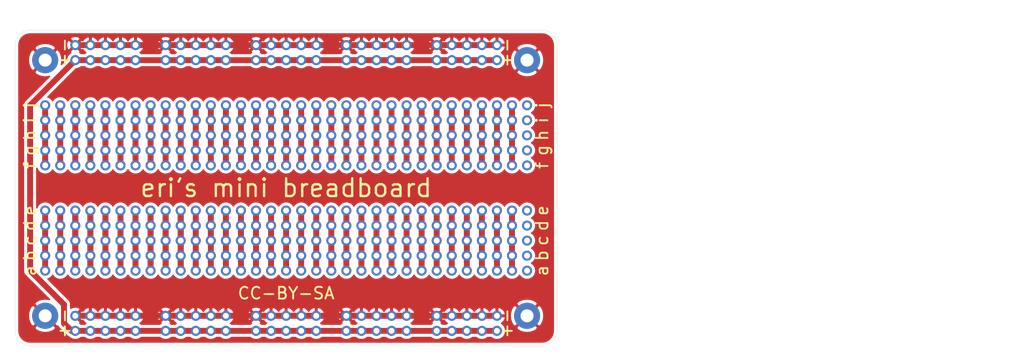
<source format=kicad_pcb>
(kicad_pcb (version 20171130) (host pcbnew 5.1.6+dfsg1-1)
  (layers (0 F.Cu signal) (31 B.Cu signal) (34 B.Paste user) (35 F.Paste user) (36 B.SilkS user) (37 F.SilkS user) (38 B.Mask user) (39 F.Mask user) (44 Edge.Cuts user))
  (net 0 "")
  (net 1 "Net-(J1-Pad1)")
  (net 2 "Net-(J2-Pad1)")
  (net 3 "Net-(J3-Pad1)")
  (net 4 GND)
  (net 5 VCC)
  (net 6 "Net-(J7-Pad1)")
  (net 7 "Net-(J8-Pad1)")
  (net 8 "Net-(J11-Pad1)")
  (net 9 "Net-(J12-Pad1)")
  (net 10 "Net-(J13-Pad1)")
  (net 11 "Net-(J15-Pad1)")
  (net 12 "Net-(J16-Pad1)")
  (net 13 "Net-(J18-Pad1)")
  (net 14 "Net-(J19-Pad1)")
  (net 15 "Net-(J20-Pad1)")
  (net 16 "Net-(J24-Pad1)")
  (net 17 "Net-(J32-Pad1)")
  (net 18 "Net-(J34-Pad1)")
  (net 19 "Net-(J39-Pad1)")
  (net 20 "Net-(J40-Pad1)")
  (net 21 "Net-(J43-Pad1)")
  (net 22 "Net-(J47-Pad1)")
  (net 23 "Net-(J48-Pad1)")
  (net 24 "Net-(J49-Pad1)")
  (net 25 "Net-(J50-Pad1)")
  (net 26 "Net-(J51-Pad1)")
  (net 27 "Net-(J72-Pad1)")
  (net 28 "Net-(J82-Pad1)")
  (net 29 "Net-(J84-Pad1)")
  (net 30 "Net-(J104-Pad1)")
  (net 31 "Net-(J107-Pad1)")
  (net 32 "Net-(J109-Pad1)")
  (net 33 "Net-(J110-Pad1)")
  (net 34 "Net-(J112-Pad1)")
  (net 35 "Net-(J114-Pad1)")
  (net 36 "Net-(J116-Pad1)")
  (net 37 "Net-(J120-Pad1)")
  (net 38 "Net-(J123-Pad1)")
  (net 39 "Net-(J124-Pad1)")
  (net 40 "Net-(J129-Pad1)")
  (net 41 "Net-(J130-Pad1)")
  (net 42 "Net-(J131-Pad1)")
  (net 43 "Net-(J132-Pad1)")
  (net 44 "Net-(J135-Pad1)")
  (net 45 "Net-(J136-Pad1)")
  (net 46 "Net-(J139-Pad1)")
  (net 47 "Net-(J140-Pad1)")
  (net 48 "Net-(J141-Pad1)")
  (net 49 "Net-(J142-Pad1)")
  (net 50 "Net-(J143-Pad1)")
  (net 51 "Net-(J144-Pad1)")
  (net 52 "Net-(J145-Pad1)")
  (net 53 "Net-(J146-Pad1)")
  (net 54 "Net-(J147-Pad1)")
  (net 55 "Net-(J148-Pad1)")
  (net 56 "Net-(J151-Pad1)")
  (net 57 "Net-(J152-Pad1)")
  (net 58 "Net-(J155-Pad1)")
  (net 59 "Net-(J156-Pad1)")
  (net 60 "Net-(J157-Pad1)")
  (net 61 "Net-(J158-Pad1)")
  (net 62 "Net-(J159-Pad1)")
  (net 63 "Net-(J160-Pad1)")
  (net 64 "Net-(J161-Pad1)")
  (net 65 "Net-(J162-Pad1)")
  (net 66 "Net-(J163-Pad1)")
  (net 67 "Net-(J164-Pad1)")
  (net 68 "Net-(J165-Pad1)")
  (net 69 "Net-(J166-Pad1)")
  (module "random stuff:breadboardpins" (layer F.Cu) (at 83.82 106.68)
    (fp_text reference J166 hide)
    (fp_text value Conn_01x05_Female)
    (pad 5 thru_hole oval (at 0 10.16) (size 1.7 1.7) (drill 1) (layers *.Cu *.Mask) (net 69 "Net-(J166-Pad1)"))
    (pad 4 thru_hole oval (at 0 7.62) (size 1.7 1.7) (drill 1) (layers *.Cu *.Mask) (net 69 "Net-(J166-Pad1)"))
    (pad 3 thru_hole oval (at 0 5.08) (size 1.7 1.7) (drill 1) (layers *.Cu *.Mask) (net 69 "Net-(J166-Pad1)"))
    (pad 2 thru_hole oval (at 0 2.54) (size 1.7 1.7) (drill 1) (layers *.Cu *.Mask) (net 69 "Net-(J166-Pad1)"))
    (pad 1 thru_hole circle (at 0 0) (size 1.7 1.7) (drill 1) (layers *.Cu *.Mask) (net 69 "Net-(J166-Pad1)"))
  )
  (module "random stuff:breadboardpins" (layer F.Cu) (at 154.94 99.06 180)
    (fp_text reference J165 hide)
    (fp_text value Conn_01x05_Female)
    (pad 5 thru_hole oval (at 0 10.16 180) (size 1.7 1.7) (drill 1) (layers *.Cu *.Mask) (net 68 "Net-(J165-Pad1)"))
    (pad 4 thru_hole oval (at 0 7.62 180) (size 1.7 1.7) (drill 1) (layers *.Cu *.Mask) (net 68 "Net-(J165-Pad1)"))
    (pad 3 thru_hole oval (at 0 5.08 180) (size 1.7 1.7) (drill 1) (layers *.Cu *.Mask) (net 68 "Net-(J165-Pad1)"))
    (pad 2 thru_hole oval (at 0 2.54 180) (size 1.7 1.7) (drill 1) (layers *.Cu *.Mask) (net 68 "Net-(J165-Pad1)"))
    (pad 1 thru_hole circle (at 0 0 180) (size 1.7 1.7) (drill 1) (layers *.Cu *.Mask) (net 68 "Net-(J165-Pad1)"))
  )
  (module "random stuff:breadboardpins" (layer F.Cu) (at 121.92 106.68)
    (fp_text reference J164 hide)
    (fp_text value Conn_01x05_Female)
    (pad 5 thru_hole oval (at 0 10.16) (size 1.7 1.7) (drill 1) (layers *.Cu *.Mask) (net 67 "Net-(J164-Pad1)"))
    (pad 4 thru_hole oval (at 0 7.62) (size 1.7 1.7) (drill 1) (layers *.Cu *.Mask) (net 67 "Net-(J164-Pad1)"))
    (pad 3 thru_hole oval (at 0 5.08) (size 1.7 1.7) (drill 1) (layers *.Cu *.Mask) (net 67 "Net-(J164-Pad1)"))
    (pad 2 thru_hole oval (at 0 2.54) (size 1.7 1.7) (drill 1) (layers *.Cu *.Mask) (net 67 "Net-(J164-Pad1)"))
    (pad 1 thru_hole circle (at 0 0) (size 1.7 1.7) (drill 1) (layers *.Cu *.Mask) (net 67 "Net-(J164-Pad1)"))
  )
  (module "random stuff:breadboardpins" (layer F.Cu) (at 93.98 106.68)
    (fp_text reference J163 hide)
    (fp_text value Conn_01x05_Female)
    (pad 5 thru_hole oval (at 0 10.16) (size 1.7 1.7) (drill 1) (layers *.Cu *.Mask) (net 66 "Net-(J163-Pad1)"))
    (pad 4 thru_hole oval (at 0 7.62) (size 1.7 1.7) (drill 1) (layers *.Cu *.Mask) (net 66 "Net-(J163-Pad1)"))
    (pad 3 thru_hole oval (at 0 5.08) (size 1.7 1.7) (drill 1) (layers *.Cu *.Mask) (net 66 "Net-(J163-Pad1)"))
    (pad 2 thru_hole oval (at 0 2.54) (size 1.7 1.7) (drill 1) (layers *.Cu *.Mask) (net 66 "Net-(J163-Pad1)"))
    (pad 1 thru_hole circle (at 0 0) (size 1.7 1.7) (drill 1) (layers *.Cu *.Mask) (net 66 "Net-(J163-Pad1)"))
  )
  (module "random stuff:breadboardpins" (layer F.Cu) (at 88.9 99.06 180)
    (fp_text reference J162 hide)
    (fp_text value Conn_01x05_Female)
    (pad 5 thru_hole oval (at 0 10.16 180) (size 1.7 1.7) (drill 1) (layers *.Cu *.Mask) (net 65 "Net-(J162-Pad1)"))
    (pad 4 thru_hole oval (at 0 7.62 180) (size 1.7 1.7) (drill 1) (layers *.Cu *.Mask) (net 65 "Net-(J162-Pad1)"))
    (pad 3 thru_hole oval (at 0 5.08 180) (size 1.7 1.7) (drill 1) (layers *.Cu *.Mask) (net 65 "Net-(J162-Pad1)"))
    (pad 2 thru_hole oval (at 0 2.54 180) (size 1.7 1.7) (drill 1) (layers *.Cu *.Mask) (net 65 "Net-(J162-Pad1)"))
    (pad 1 thru_hole circle (at 0 0 180) (size 1.7 1.7) (drill 1) (layers *.Cu *.Mask) (net 65 "Net-(J162-Pad1)"))
  )
  (module "random stuff:breadboardpins" (layer F.Cu) (at 104.14 106.68)
    (fp_text reference J161 hide)
    (fp_text value Conn_01x05_Female)
    (pad 5 thru_hole oval (at 0 10.16) (size 1.7 1.7) (drill 1) (layers *.Cu *.Mask) (net 64 "Net-(J161-Pad1)"))
    (pad 4 thru_hole oval (at 0 7.62) (size 1.7 1.7) (drill 1) (layers *.Cu *.Mask) (net 64 "Net-(J161-Pad1)"))
    (pad 3 thru_hole oval (at 0 5.08) (size 1.7 1.7) (drill 1) (layers *.Cu *.Mask) (net 64 "Net-(J161-Pad1)"))
    (pad 2 thru_hole oval (at 0 2.54) (size 1.7 1.7) (drill 1) (layers *.Cu *.Mask) (net 64 "Net-(J161-Pad1)"))
    (pad 1 thru_hole circle (at 0 0) (size 1.7 1.7) (drill 1) (layers *.Cu *.Mask) (net 64 "Net-(J161-Pad1)"))
  )
  (module "random stuff:breadboardpins" (layer F.Cu) (at 132.08 99.06 180)
    (fp_text reference J160 hide)
    (fp_text value Conn_01x05_Female)
    (pad 5 thru_hole oval (at 0 10.16 180) (size 1.7 1.7) (drill 1) (layers *.Cu *.Mask) (net 63 "Net-(J160-Pad1)"))
    (pad 4 thru_hole oval (at 0 7.62 180) (size 1.7 1.7) (drill 1) (layers *.Cu *.Mask) (net 63 "Net-(J160-Pad1)"))
    (pad 3 thru_hole oval (at 0 5.08 180) (size 1.7 1.7) (drill 1) (layers *.Cu *.Mask) (net 63 "Net-(J160-Pad1)"))
    (pad 2 thru_hole oval (at 0 2.54 180) (size 1.7 1.7) (drill 1) (layers *.Cu *.Mask) (net 63 "Net-(J160-Pad1)"))
    (pad 1 thru_hole circle (at 0 0 180) (size 1.7 1.7) (drill 1) (layers *.Cu *.Mask) (net 63 "Net-(J160-Pad1)"))
  )
  (module "random stuff:breadboardpins" (layer F.Cu) (at 101.6 106.68)
    (fp_text reference J159 hide)
    (fp_text value Conn_01x05_Female)
    (pad 5 thru_hole oval (at 0 10.16) (size 1.7 1.7) (drill 1) (layers *.Cu *.Mask) (net 62 "Net-(J159-Pad1)"))
    (pad 4 thru_hole oval (at 0 7.62) (size 1.7 1.7) (drill 1) (layers *.Cu *.Mask) (net 62 "Net-(J159-Pad1)"))
    (pad 3 thru_hole oval (at 0 5.08) (size 1.7 1.7) (drill 1) (layers *.Cu *.Mask) (net 62 "Net-(J159-Pad1)"))
    (pad 2 thru_hole oval (at 0 2.54) (size 1.7 1.7) (drill 1) (layers *.Cu *.Mask) (net 62 "Net-(J159-Pad1)"))
    (pad 1 thru_hole circle (at 0 0) (size 1.7 1.7) (drill 1) (layers *.Cu *.Mask) (net 62 "Net-(J159-Pad1)"))
  )
  (module "random stuff:breadboardpins" (layer F.Cu) (at 91.44 99.06 180)
    (fp_text reference J158 hide)
    (fp_text value Conn_01x05_Female)
    (pad 5 thru_hole oval (at 0 10.16 180) (size 1.7 1.7) (drill 1) (layers *.Cu *.Mask) (net 61 "Net-(J158-Pad1)"))
    (pad 4 thru_hole oval (at 0 7.62 180) (size 1.7 1.7) (drill 1) (layers *.Cu *.Mask) (net 61 "Net-(J158-Pad1)"))
    (pad 3 thru_hole oval (at 0 5.08 180) (size 1.7 1.7) (drill 1) (layers *.Cu *.Mask) (net 61 "Net-(J158-Pad1)"))
    (pad 2 thru_hole oval (at 0 2.54 180) (size 1.7 1.7) (drill 1) (layers *.Cu *.Mask) (net 61 "Net-(J158-Pad1)"))
    (pad 1 thru_hole circle (at 0 0 180) (size 1.7 1.7) (drill 1) (layers *.Cu *.Mask) (net 61 "Net-(J158-Pad1)"))
  )
  (module "random stuff:breadboardpins" (layer F.Cu) (at 99.06 99.06 180)
    (fp_text reference J157 hide)
    (fp_text value Conn_01x05_Female)
    (pad 5 thru_hole oval (at 0 10.16 180) (size 1.7 1.7) (drill 1) (layers *.Cu *.Mask) (net 60 "Net-(J157-Pad1)"))
    (pad 4 thru_hole oval (at 0 7.62 180) (size 1.7 1.7) (drill 1) (layers *.Cu *.Mask) (net 60 "Net-(J157-Pad1)"))
    (pad 3 thru_hole oval (at 0 5.08 180) (size 1.7 1.7) (drill 1) (layers *.Cu *.Mask) (net 60 "Net-(J157-Pad1)"))
    (pad 2 thru_hole oval (at 0 2.54 180) (size 1.7 1.7) (drill 1) (layers *.Cu *.Mask) (net 60 "Net-(J157-Pad1)"))
    (pad 1 thru_hole circle (at 0 0 180) (size 1.7 1.7) (drill 1) (layers *.Cu *.Mask) (net 60 "Net-(J157-Pad1)"))
  )
  (module "random stuff:breadboardpins" (layer F.Cu) (at 137.16 99.06 180)
    (fp_text reference J156 hide)
    (fp_text value Conn_01x05_Female)
    (pad 5 thru_hole oval (at 0 10.16 180) (size 1.7 1.7) (drill 1) (layers *.Cu *.Mask) (net 59 "Net-(J156-Pad1)"))
    (pad 4 thru_hole oval (at 0 7.62 180) (size 1.7 1.7) (drill 1) (layers *.Cu *.Mask) (net 59 "Net-(J156-Pad1)"))
    (pad 3 thru_hole oval (at 0 5.08 180) (size 1.7 1.7) (drill 1) (layers *.Cu *.Mask) (net 59 "Net-(J156-Pad1)"))
    (pad 2 thru_hole oval (at 0 2.54 180) (size 1.7 1.7) (drill 1) (layers *.Cu *.Mask) (net 59 "Net-(J156-Pad1)"))
    (pad 1 thru_hole circle (at 0 0 180) (size 1.7 1.7) (drill 1) (layers *.Cu *.Mask) (net 59 "Net-(J156-Pad1)"))
  )
  (module "random stuff:breadboardpins" (layer F.Cu) (at 157.48 99.06 180)
    (fp_text reference J155 hide)
    (fp_text value Conn_01x05_Female)
    (pad 5 thru_hole oval (at 0 10.16 180) (size 1.7 1.7) (drill 1) (layers *.Cu *.Mask) (net 58 "Net-(J155-Pad1)"))
    (pad 4 thru_hole oval (at 0 7.62 180) (size 1.7 1.7) (drill 1) (layers *.Cu *.Mask) (net 58 "Net-(J155-Pad1)"))
    (pad 3 thru_hole oval (at 0 5.08 180) (size 1.7 1.7) (drill 1) (layers *.Cu *.Mask) (net 58 "Net-(J155-Pad1)"))
    (pad 2 thru_hole oval (at 0 2.54 180) (size 1.7 1.7) (drill 1) (layers *.Cu *.Mask) (net 58 "Net-(J155-Pad1)"))
    (pad 1 thru_hole circle (at 0 0 180) (size 1.7 1.7) (drill 1) (layers *.Cu *.Mask) (net 58 "Net-(J155-Pad1)"))
  )
  (module "random stuff:breadboardpins" (layer F.Cu) (at 144.78 78.74 90)
    (fp_text reference J153 hide)
    (fp_text value Conn_01x05_Female)
    (pad 5 thru_hole oval (at 0 10.16 90) (size 1.7 1.7) (drill 1) (layers *.Cu *.Mask) (net 4 GND))
    (pad 4 thru_hole oval (at 0 7.62 90) (size 1.7 1.7) (drill 1) (layers *.Cu *.Mask) (net 4 GND))
    (pad 3 thru_hole oval (at 0 5.08 90) (size 1.7 1.7) (drill 1) (layers *.Cu *.Mask) (net 4 GND))
    (pad 2 thru_hole oval (at 0 2.54 90) (size 1.7 1.7) (drill 1) (layers *.Cu *.Mask) (net 4 GND))
    (pad 1 thru_hole circle (at 0 0 90) (size 1.7 1.7) (drill 1) (layers *.Cu *.Mask) (net 4 GND))
  )
  (module "random stuff:breadboardpins" (layer F.Cu) (at 116.84 106.68)
    (fp_text reference J152 hide)
    (fp_text value Conn_01x05_Female)
    (pad 5 thru_hole oval (at 0 10.16) (size 1.7 1.7) (drill 1) (layers *.Cu *.Mask) (net 57 "Net-(J152-Pad1)"))
    (pad 4 thru_hole oval (at 0 7.62) (size 1.7 1.7) (drill 1) (layers *.Cu *.Mask) (net 57 "Net-(J152-Pad1)"))
    (pad 3 thru_hole oval (at 0 5.08) (size 1.7 1.7) (drill 1) (layers *.Cu *.Mask) (net 57 "Net-(J152-Pad1)"))
    (pad 2 thru_hole oval (at 0 2.54) (size 1.7 1.7) (drill 1) (layers *.Cu *.Mask) (net 57 "Net-(J152-Pad1)"))
    (pad 1 thru_hole circle (at 0 0) (size 1.7 1.7) (drill 1) (layers *.Cu *.Mask) (net 57 "Net-(J152-Pad1)"))
  )
  (module "random stuff:breadboardpins" (layer F.Cu) (at 88.9 106.68)
    (fp_text reference J151 hide)
    (fp_text value Conn_01x05_Female)
    (pad 5 thru_hole oval (at 0 10.16) (size 1.7 1.7) (drill 1) (layers *.Cu *.Mask) (net 56 "Net-(J151-Pad1)"))
    (pad 4 thru_hole oval (at 0 7.62) (size 1.7 1.7) (drill 1) (layers *.Cu *.Mask) (net 56 "Net-(J151-Pad1)"))
    (pad 3 thru_hole oval (at 0 5.08) (size 1.7 1.7) (drill 1) (layers *.Cu *.Mask) (net 56 "Net-(J151-Pad1)"))
    (pad 2 thru_hole oval (at 0 2.54) (size 1.7 1.7) (drill 1) (layers *.Cu *.Mask) (net 56 "Net-(J151-Pad1)"))
    (pad 1 thru_hole circle (at 0 0) (size 1.7 1.7) (drill 1) (layers *.Cu *.Mask) (net 56 "Net-(J151-Pad1)"))
  )
  (module "random stuff:breadboardpins" (layer F.Cu) (at 83.82 78.74 90)
    (fp_text reference J149 hide)
    (fp_text value Conn_01x05_Female)
    (pad 5 thru_hole oval (at 0 10.16 90) (size 1.7 1.7) (drill 1) (layers *.Cu *.Mask) (net 4 GND))
    (pad 4 thru_hole oval (at 0 7.62 90) (size 1.7 1.7) (drill 1) (layers *.Cu *.Mask) (net 4 GND))
    (pad 3 thru_hole oval (at 0 5.08 90) (size 1.7 1.7) (drill 1) (layers *.Cu *.Mask) (net 4 GND))
    (pad 2 thru_hole oval (at 0 2.54 90) (size 1.7 1.7) (drill 1) (layers *.Cu *.Mask) (net 4 GND))
    (pad 1 thru_hole circle (at 0 0 90) (size 1.7 1.7) (drill 1) (layers *.Cu *.Mask) (net 4 GND))
  )
  (module "random stuff:breadboardpins" (layer F.Cu) (at 134.62 99.06 180)
    (fp_text reference J148 hide)
    (fp_text value Conn_01x05_Female)
    (pad 5 thru_hole oval (at 0 10.16 180) (size 1.7 1.7) (drill 1) (layers *.Cu *.Mask) (net 55 "Net-(J148-Pad1)"))
    (pad 4 thru_hole oval (at 0 7.62 180) (size 1.7 1.7) (drill 1) (layers *.Cu *.Mask) (net 55 "Net-(J148-Pad1)"))
    (pad 3 thru_hole oval (at 0 5.08 180) (size 1.7 1.7) (drill 1) (layers *.Cu *.Mask) (net 55 "Net-(J148-Pad1)"))
    (pad 2 thru_hole oval (at 0 2.54 180) (size 1.7 1.7) (drill 1) (layers *.Cu *.Mask) (net 55 "Net-(J148-Pad1)"))
    (pad 1 thru_hole circle (at 0 0 180) (size 1.7 1.7) (drill 1) (layers *.Cu *.Mask) (net 55 "Net-(J148-Pad1)"))
  )
  (module "random stuff:breadboardpins" (layer F.Cu) (at 99.06 106.68)
    (fp_text reference J147 hide)
    (fp_text value Conn_01x05_Female)
    (pad 5 thru_hole oval (at 0 10.16) (size 1.7 1.7) (drill 1) (layers *.Cu *.Mask) (net 54 "Net-(J147-Pad1)"))
    (pad 4 thru_hole oval (at 0 7.62) (size 1.7 1.7) (drill 1) (layers *.Cu *.Mask) (net 54 "Net-(J147-Pad1)"))
    (pad 3 thru_hole oval (at 0 5.08) (size 1.7 1.7) (drill 1) (layers *.Cu *.Mask) (net 54 "Net-(J147-Pad1)"))
    (pad 2 thru_hole oval (at 0 2.54) (size 1.7 1.7) (drill 1) (layers *.Cu *.Mask) (net 54 "Net-(J147-Pad1)"))
    (pad 1 thru_hole circle (at 0 0) (size 1.7 1.7) (drill 1) (layers *.Cu *.Mask) (net 54 "Net-(J147-Pad1)"))
  )
  (module "random stuff:breadboardpins" (layer F.Cu) (at 91.44 106.68)
    (fp_text reference J146 hide)
    (fp_text value Conn_01x05_Female)
    (pad 5 thru_hole oval (at 0 10.16) (size 1.7 1.7) (drill 1) (layers *.Cu *.Mask) (net 53 "Net-(J146-Pad1)"))
    (pad 4 thru_hole oval (at 0 7.62) (size 1.7 1.7) (drill 1) (layers *.Cu *.Mask) (net 53 "Net-(J146-Pad1)"))
    (pad 3 thru_hole oval (at 0 5.08) (size 1.7 1.7) (drill 1) (layers *.Cu *.Mask) (net 53 "Net-(J146-Pad1)"))
    (pad 2 thru_hole oval (at 0 2.54) (size 1.7 1.7) (drill 1) (layers *.Cu *.Mask) (net 53 "Net-(J146-Pad1)"))
    (pad 1 thru_hole circle (at 0 0) (size 1.7 1.7) (drill 1) (layers *.Cu *.Mask) (net 53 "Net-(J146-Pad1)"))
  )
  (module "random stuff:breadboardpins" (layer F.Cu) (at 93.98 99.06 180)
    (fp_text reference J145 hide)
    (fp_text value Conn_01x05_Female)
    (pad 5 thru_hole oval (at 0 10.16 180) (size 1.7 1.7) (drill 1) (layers *.Cu *.Mask) (net 52 "Net-(J145-Pad1)"))
    (pad 4 thru_hole oval (at 0 7.62 180) (size 1.7 1.7) (drill 1) (layers *.Cu *.Mask) (net 52 "Net-(J145-Pad1)"))
    (pad 3 thru_hole oval (at 0 5.08 180) (size 1.7 1.7) (drill 1) (layers *.Cu *.Mask) (net 52 "Net-(J145-Pad1)"))
    (pad 2 thru_hole oval (at 0 2.54 180) (size 1.7 1.7) (drill 1) (layers *.Cu *.Mask) (net 52 "Net-(J145-Pad1)"))
    (pad 1 thru_hole circle (at 0 0 180) (size 1.7 1.7) (drill 1) (layers *.Cu *.Mask) (net 52 "Net-(J145-Pad1)"))
  )
  (module "random stuff:breadboardpins" (layer F.Cu) (at 86.36 106.68)
    (fp_text reference J144 hide)
    (fp_text value Conn_01x05_Female)
    (pad 5 thru_hole oval (at 0 10.16) (size 1.7 1.7) (drill 1) (layers *.Cu *.Mask) (net 51 "Net-(J144-Pad1)"))
    (pad 4 thru_hole oval (at 0 7.62) (size 1.7 1.7) (drill 1) (layers *.Cu *.Mask) (net 51 "Net-(J144-Pad1)"))
    (pad 3 thru_hole oval (at 0 5.08) (size 1.7 1.7) (drill 1) (layers *.Cu *.Mask) (net 51 "Net-(J144-Pad1)"))
    (pad 2 thru_hole oval (at 0 2.54) (size 1.7 1.7) (drill 1) (layers *.Cu *.Mask) (net 51 "Net-(J144-Pad1)"))
    (pad 1 thru_hole circle (at 0 0) (size 1.7 1.7) (drill 1) (layers *.Cu *.Mask) (net 51 "Net-(J144-Pad1)"))
  )
  (module "random stuff:breadboardpins" (layer F.Cu) (at 139.7 99.06 180)
    (fp_text reference J143 hide)
    (fp_text value Conn_01x05_Female)
    (pad 5 thru_hole oval (at 0 10.16 180) (size 1.7 1.7) (drill 1) (layers *.Cu *.Mask) (net 50 "Net-(J143-Pad1)"))
    (pad 4 thru_hole oval (at 0 7.62 180) (size 1.7 1.7) (drill 1) (layers *.Cu *.Mask) (net 50 "Net-(J143-Pad1)"))
    (pad 3 thru_hole oval (at 0 5.08 180) (size 1.7 1.7) (drill 1) (layers *.Cu *.Mask) (net 50 "Net-(J143-Pad1)"))
    (pad 2 thru_hole oval (at 0 2.54 180) (size 1.7 1.7) (drill 1) (layers *.Cu *.Mask) (net 50 "Net-(J143-Pad1)"))
    (pad 1 thru_hole circle (at 0 0 180) (size 1.7 1.7) (drill 1) (layers *.Cu *.Mask) (net 50 "Net-(J143-Pad1)"))
  )
  (module "random stuff:breadboardpins" (layer F.Cu) (at 96.52 106.68)
    (fp_text reference J142 hide)
    (fp_text value Conn_01x05_Female)
    (pad 5 thru_hole oval (at 0 10.16) (size 1.7 1.7) (drill 1) (layers *.Cu *.Mask) (net 49 "Net-(J142-Pad1)"))
    (pad 4 thru_hole oval (at 0 7.62) (size 1.7 1.7) (drill 1) (layers *.Cu *.Mask) (net 49 "Net-(J142-Pad1)"))
    (pad 3 thru_hole oval (at 0 5.08) (size 1.7 1.7) (drill 1) (layers *.Cu *.Mask) (net 49 "Net-(J142-Pad1)"))
    (pad 2 thru_hole oval (at 0 2.54) (size 1.7 1.7) (drill 1) (layers *.Cu *.Mask) (net 49 "Net-(J142-Pad1)"))
    (pad 1 thru_hole circle (at 0 0) (size 1.7 1.7) (drill 1) (layers *.Cu *.Mask) (net 49 "Net-(J142-Pad1)"))
  )
  (module "random stuff:breadboardpins" (layer F.Cu) (at 114.3 106.68)
    (fp_text reference J141 hide)
    (fp_text value Conn_01x05_Female)
    (pad 5 thru_hole oval (at 0 10.16) (size 1.7 1.7) (drill 1) (layers *.Cu *.Mask) (net 48 "Net-(J141-Pad1)"))
    (pad 4 thru_hole oval (at 0 7.62) (size 1.7 1.7) (drill 1) (layers *.Cu *.Mask) (net 48 "Net-(J141-Pad1)"))
    (pad 3 thru_hole oval (at 0 5.08) (size 1.7 1.7) (drill 1) (layers *.Cu *.Mask) (net 48 "Net-(J141-Pad1)"))
    (pad 2 thru_hole oval (at 0 2.54) (size 1.7 1.7) (drill 1) (layers *.Cu *.Mask) (net 48 "Net-(J141-Pad1)"))
    (pad 1 thru_hole circle (at 0 0) (size 1.7 1.7) (drill 1) (layers *.Cu *.Mask) (net 48 "Net-(J141-Pad1)"))
  )
  (module "random stuff:breadboardpins" (layer F.Cu) (at 160.02 99.06 180)
    (fp_text reference J140 hide)
    (fp_text value Conn_01x05_Female)
    (pad 5 thru_hole oval (at 0 10.16 180) (size 1.7 1.7) (drill 1) (layers *.Cu *.Mask) (net 47 "Net-(J140-Pad1)"))
    (pad 4 thru_hole oval (at 0 7.62 180) (size 1.7 1.7) (drill 1) (layers *.Cu *.Mask) (net 47 "Net-(J140-Pad1)"))
    (pad 3 thru_hole oval (at 0 5.08 180) (size 1.7 1.7) (drill 1) (layers *.Cu *.Mask) (net 47 "Net-(J140-Pad1)"))
    (pad 2 thru_hole oval (at 0 2.54 180) (size 1.7 1.7) (drill 1) (layers *.Cu *.Mask) (net 47 "Net-(J140-Pad1)"))
    (pad 1 thru_hole circle (at 0 0 180) (size 1.7 1.7) (drill 1) (layers *.Cu *.Mask) (net 47 "Net-(J140-Pad1)"))
  )
  (module "random stuff:breadboardpins" (layer F.Cu) (at 111.76 106.68)
    (fp_text reference J139 hide)
    (fp_text value Conn_01x05_Female)
    (pad 5 thru_hole oval (at 0 10.16) (size 1.7 1.7) (drill 1) (layers *.Cu *.Mask) (net 46 "Net-(J139-Pad1)"))
    (pad 4 thru_hole oval (at 0 7.62) (size 1.7 1.7) (drill 1) (layers *.Cu *.Mask) (net 46 "Net-(J139-Pad1)"))
    (pad 3 thru_hole oval (at 0 5.08) (size 1.7 1.7) (drill 1) (layers *.Cu *.Mask) (net 46 "Net-(J139-Pad1)"))
    (pad 2 thru_hole oval (at 0 2.54) (size 1.7 1.7) (drill 1) (layers *.Cu *.Mask) (net 46 "Net-(J139-Pad1)"))
    (pad 1 thru_hole circle (at 0 0) (size 1.7 1.7) (drill 1) (layers *.Cu *.Mask) (net 46 "Net-(J139-Pad1)"))
  )
  (module "random stuff:breadboardpins" (layer F.Cu) (at 114.3 81.28 90)
    (fp_text reference J138 hide)
    (fp_text value Conn_01x05_Female)
    (pad 5 thru_hole oval (at 0 10.16 90) (size 1.7 1.7) (drill 1) (layers *.Cu *.Mask) (net 5 VCC))
    (pad 4 thru_hole oval (at 0 7.62 90) (size 1.7 1.7) (drill 1) (layers *.Cu *.Mask) (net 5 VCC))
    (pad 3 thru_hole oval (at 0 5.08 90) (size 1.7 1.7) (drill 1) (layers *.Cu *.Mask) (net 5 VCC))
    (pad 2 thru_hole oval (at 0 2.54 90) (size 1.7 1.7) (drill 1) (layers *.Cu *.Mask) (net 5 VCC))
    (pad 1 thru_hole circle (at 0 0 90) (size 1.7 1.7) (drill 1) (layers *.Cu *.Mask) (net 5 VCC))
  )
  (module "random stuff:breadboardpins" (layer F.Cu) (at 83.82 124.46 90)
    (fp_text reference J137 hide)
    (fp_text value Conn_01x05_Female)
    (pad 5 thru_hole oval (at 0 10.16 90) (size 1.7 1.7) (drill 1) (layers *.Cu *.Mask) (net 4 GND))
    (pad 4 thru_hole oval (at 0 7.62 90) (size 1.7 1.7) (drill 1) (layers *.Cu *.Mask) (net 4 GND))
    (pad 3 thru_hole oval (at 0 5.08 90) (size 1.7 1.7) (drill 1) (layers *.Cu *.Mask) (net 4 GND))
    (pad 2 thru_hole oval (at 0 2.54 90) (size 1.7 1.7) (drill 1) (layers *.Cu *.Mask) (net 4 GND))
    (pad 1 thru_hole circle (at 0 0 90) (size 1.7 1.7) (drill 1) (layers *.Cu *.Mask) (net 4 GND))
  )
  (module "random stuff:breadboardpins" (layer F.Cu) (at 106.68 106.68)
    (fp_text reference J136 hide)
    (fp_text value Conn_01x05_Female)
    (pad 5 thru_hole oval (at 0 10.16) (size 1.7 1.7) (drill 1) (layers *.Cu *.Mask) (net 45 "Net-(J136-Pad1)"))
    (pad 4 thru_hole oval (at 0 7.62) (size 1.7 1.7) (drill 1) (layers *.Cu *.Mask) (net 45 "Net-(J136-Pad1)"))
    (pad 3 thru_hole oval (at 0 5.08) (size 1.7 1.7) (drill 1) (layers *.Cu *.Mask) (net 45 "Net-(J136-Pad1)"))
    (pad 2 thru_hole oval (at 0 2.54) (size 1.7 1.7) (drill 1) (layers *.Cu *.Mask) (net 45 "Net-(J136-Pad1)"))
    (pad 1 thru_hole circle (at 0 0) (size 1.7 1.7) (drill 1) (layers *.Cu *.Mask) (net 45 "Net-(J136-Pad1)"))
  )
  (module "random stuff:breadboardpins" (layer F.Cu) (at 96.52 99.06 180)
    (fp_text reference J135 hide)
    (fp_text value Conn_01x05_Female)
    (pad 5 thru_hole oval (at 0 10.16 180) (size 1.7 1.7) (drill 1) (layers *.Cu *.Mask) (net 44 "Net-(J135-Pad1)"))
    (pad 4 thru_hole oval (at 0 7.62 180) (size 1.7 1.7) (drill 1) (layers *.Cu *.Mask) (net 44 "Net-(J135-Pad1)"))
    (pad 3 thru_hole oval (at 0 5.08 180) (size 1.7 1.7) (drill 1) (layers *.Cu *.Mask) (net 44 "Net-(J135-Pad1)"))
    (pad 2 thru_hole oval (at 0 2.54 180) (size 1.7 1.7) (drill 1) (layers *.Cu *.Mask) (net 44 "Net-(J135-Pad1)"))
    (pad 1 thru_hole circle (at 0 0 180) (size 1.7 1.7) (drill 1) (layers *.Cu *.Mask) (net 44 "Net-(J135-Pad1)"))
  )
  (module "random stuff:breadboardpins" (layer F.Cu) (at 81.28 106.68)
    (fp_text reference J132 hide)
    (fp_text value Conn_01x05_Female)
    (pad 5 thru_hole oval (at 0 10.16) (size 1.7 1.7) (drill 1) (layers *.Cu *.Mask) (net 43 "Net-(J132-Pad1)"))
    (pad 4 thru_hole oval (at 0 7.62) (size 1.7 1.7) (drill 1) (layers *.Cu *.Mask) (net 43 "Net-(J132-Pad1)"))
    (pad 3 thru_hole oval (at 0 5.08) (size 1.7 1.7) (drill 1) (layers *.Cu *.Mask) (net 43 "Net-(J132-Pad1)"))
    (pad 2 thru_hole oval (at 0 2.54) (size 1.7 1.7) (drill 1) (layers *.Cu *.Mask) (net 43 "Net-(J132-Pad1)"))
    (pad 1 thru_hole circle (at 0 0) (size 1.7 1.7) (drill 1) (layers *.Cu *.Mask) (net 43 "Net-(J132-Pad1)"))
  )
  (module "random stuff:breadboardpins" (layer F.Cu) (at 142.24 99.06 180)
    (fp_text reference J131 hide)
    (fp_text value Conn_01x05_Female)
    (pad 5 thru_hole oval (at 0 10.16 180) (size 1.7 1.7) (drill 1) (layers *.Cu *.Mask) (net 42 "Net-(J131-Pad1)"))
    (pad 4 thru_hole oval (at 0 7.62 180) (size 1.7 1.7) (drill 1) (layers *.Cu *.Mask) (net 42 "Net-(J131-Pad1)"))
    (pad 3 thru_hole oval (at 0 5.08 180) (size 1.7 1.7) (drill 1) (layers *.Cu *.Mask) (net 42 "Net-(J131-Pad1)"))
    (pad 2 thru_hole oval (at 0 2.54 180) (size 1.7 1.7) (drill 1) (layers *.Cu *.Mask) (net 42 "Net-(J131-Pad1)"))
    (pad 1 thru_hole circle (at 0 0 180) (size 1.7 1.7) (drill 1) (layers *.Cu *.Mask) (net 42 "Net-(J131-Pad1)"))
  )
  (module "random stuff:breadboardpins" (layer F.Cu) (at 106.68 99.06 180)
    (fp_text reference J130 hide)
    (fp_text value Conn_01x05_Female)
    (pad 5 thru_hole oval (at 0 10.16 180) (size 1.7 1.7) (drill 1) (layers *.Cu *.Mask) (net 41 "Net-(J130-Pad1)"))
    (pad 4 thru_hole oval (at 0 7.62 180) (size 1.7 1.7) (drill 1) (layers *.Cu *.Mask) (net 41 "Net-(J130-Pad1)"))
    (pad 3 thru_hole oval (at 0 5.08 180) (size 1.7 1.7) (drill 1) (layers *.Cu *.Mask) (net 41 "Net-(J130-Pad1)"))
    (pad 2 thru_hole oval (at 0 2.54 180) (size 1.7 1.7) (drill 1) (layers *.Cu *.Mask) (net 41 "Net-(J130-Pad1)"))
    (pad 1 thru_hole circle (at 0 0 180) (size 1.7 1.7) (drill 1) (layers *.Cu *.Mask) (net 41 "Net-(J130-Pad1)"))
  )
  (module "random stuff:breadboardpins" (layer F.Cu) (at 109.22 106.68)
    (fp_text reference J129 hide)
    (fp_text value Conn_01x05_Female)
    (pad 5 thru_hole oval (at 0 10.16) (size 1.7 1.7) (drill 1) (layers *.Cu *.Mask) (net 40 "Net-(J129-Pad1)"))
    (pad 4 thru_hole oval (at 0 7.62) (size 1.7 1.7) (drill 1) (layers *.Cu *.Mask) (net 40 "Net-(J129-Pad1)"))
    (pad 3 thru_hole oval (at 0 5.08) (size 1.7 1.7) (drill 1) (layers *.Cu *.Mask) (net 40 "Net-(J129-Pad1)"))
    (pad 2 thru_hole oval (at 0 2.54) (size 1.7 1.7) (drill 1) (layers *.Cu *.Mask) (net 40 "Net-(J129-Pad1)"))
    (pad 1 thru_hole circle (at 0 0) (size 1.7 1.7) (drill 1) (layers *.Cu *.Mask) (net 40 "Net-(J129-Pad1)"))
  )
  (module "random stuff:breadboardpins" (layer F.Cu) (at 144.78 99.06 180)
    (fp_text reference J124 hide)
    (fp_text value Conn_01x05_Female)
    (pad 5 thru_hole oval (at 0 10.16 180) (size 1.7 1.7) (drill 1) (layers *.Cu *.Mask) (net 39 "Net-(J124-Pad1)"))
    (pad 4 thru_hole oval (at 0 7.62 180) (size 1.7 1.7) (drill 1) (layers *.Cu *.Mask) (net 39 "Net-(J124-Pad1)"))
    (pad 3 thru_hole oval (at 0 5.08 180) (size 1.7 1.7) (drill 1) (layers *.Cu *.Mask) (net 39 "Net-(J124-Pad1)"))
    (pad 2 thru_hole oval (at 0 2.54 180) (size 1.7 1.7) (drill 1) (layers *.Cu *.Mask) (net 39 "Net-(J124-Pad1)"))
    (pad 1 thru_hole circle (at 0 0 180) (size 1.7 1.7) (drill 1) (layers *.Cu *.Mask) (net 39 "Net-(J124-Pad1)"))
  )
  (module "random stuff:breadboardpins" (layer F.Cu) (at 78.74 106.68)
    (fp_text reference J123 hide)
    (fp_text value Conn_01x05_Female)
    (pad 5 thru_hole oval (at 0 10.16) (size 1.7 1.7) (drill 1) (layers *.Cu *.Mask) (net 38 "Net-(J123-Pad1)"))
    (pad 4 thru_hole oval (at 0 7.62) (size 1.7 1.7) (drill 1) (layers *.Cu *.Mask) (net 38 "Net-(J123-Pad1)"))
    (pad 3 thru_hole oval (at 0 5.08) (size 1.7 1.7) (drill 1) (layers *.Cu *.Mask) (net 38 "Net-(J123-Pad1)"))
    (pad 2 thru_hole oval (at 0 2.54) (size 1.7 1.7) (drill 1) (layers *.Cu *.Mask) (net 38 "Net-(J123-Pad1)"))
    (pad 1 thru_hole circle (at 0 0) (size 1.7 1.7) (drill 1) (layers *.Cu *.Mask) (net 38 "Net-(J123-Pad1)"))
  )
  (module "random stuff:breadboardpins" (layer F.Cu) (at 99.06 78.74 90)
    (fp_text reference J121 hide)
    (fp_text value Conn_01x05_Female)
    (pad 5 thru_hole oval (at 0 10.16 90) (size 1.7 1.7) (drill 1) (layers *.Cu *.Mask) (net 4 GND))
    (pad 4 thru_hole oval (at 0 7.62 90) (size 1.7 1.7) (drill 1) (layers *.Cu *.Mask) (net 4 GND))
    (pad 3 thru_hole oval (at 0 5.08 90) (size 1.7 1.7) (drill 1) (layers *.Cu *.Mask) (net 4 GND))
    (pad 2 thru_hole oval (at 0 2.54 90) (size 1.7 1.7) (drill 1) (layers *.Cu *.Mask) (net 4 GND))
    (pad 1 thru_hole circle (at 0 0 90) (size 1.7 1.7) (drill 1) (layers *.Cu *.Mask) (net 4 GND))
  )
  (module "random stuff:breadboardpins" (layer F.Cu) (at 147.32 99.06 180)
    (fp_text reference J120 hide)
    (fp_text value Conn_01x05_Female)
    (pad 5 thru_hole oval (at 0 10.16 180) (size 1.7 1.7) (drill 1) (layers *.Cu *.Mask) (net 37 "Net-(J120-Pad1)"))
    (pad 4 thru_hole oval (at 0 7.62 180) (size 1.7 1.7) (drill 1) (layers *.Cu *.Mask) (net 37 "Net-(J120-Pad1)"))
    (pad 3 thru_hole oval (at 0 5.08 180) (size 1.7 1.7) (drill 1) (layers *.Cu *.Mask) (net 37 "Net-(J120-Pad1)"))
    (pad 2 thru_hole oval (at 0 2.54 180) (size 1.7 1.7) (drill 1) (layers *.Cu *.Mask) (net 37 "Net-(J120-Pad1)"))
    (pad 1 thru_hole circle (at 0 0 180) (size 1.7 1.7) (drill 1) (layers *.Cu *.Mask) (net 37 "Net-(J120-Pad1)"))
  )
  (module "random stuff:breadboardpins" (layer F.Cu) (at 129.54 78.74 90)
    (fp_text reference J117 hide)
    (fp_text value Conn_01x05_Female)
    (pad 5 thru_hole oval (at 0 10.16 90) (size 1.7 1.7) (drill 1) (layers *.Cu *.Mask) (net 4 GND))
    (pad 4 thru_hole oval (at 0 7.62 90) (size 1.7 1.7) (drill 1) (layers *.Cu *.Mask) (net 4 GND))
    (pad 3 thru_hole oval (at 0 5.08 90) (size 1.7 1.7) (drill 1) (layers *.Cu *.Mask) (net 4 GND))
    (pad 2 thru_hole oval (at 0 2.54 90) (size 1.7 1.7) (drill 1) (layers *.Cu *.Mask) (net 4 GND))
    (pad 1 thru_hole circle (at 0 0 90) (size 1.7 1.7) (drill 1) (layers *.Cu *.Mask) (net 4 GND))
  )
  (module "random stuff:breadboardpins" (layer F.Cu) (at 119.38 106.68)
    (fp_text reference J116 hide)
    (fp_text value Conn_01x05_Female)
    (pad 5 thru_hole oval (at 0 10.16) (size 1.7 1.7) (drill 1) (layers *.Cu *.Mask) (net 36 "Net-(J116-Pad1)"))
    (pad 4 thru_hole oval (at 0 7.62) (size 1.7 1.7) (drill 1) (layers *.Cu *.Mask) (net 36 "Net-(J116-Pad1)"))
    (pad 3 thru_hole oval (at 0 5.08) (size 1.7 1.7) (drill 1) (layers *.Cu *.Mask) (net 36 "Net-(J116-Pad1)"))
    (pad 2 thru_hole oval (at 0 2.54) (size 1.7 1.7) (drill 1) (layers *.Cu *.Mask) (net 36 "Net-(J116-Pad1)"))
    (pad 1 thru_hole circle (at 0 0) (size 1.7 1.7) (drill 1) (layers *.Cu *.Mask) (net 36 "Net-(J116-Pad1)"))
  )
  (module "random stuff:breadboardpins" (layer F.Cu) (at 83.82 99.06 180)
    (fp_text reference J114 hide)
    (fp_text value Conn_01x05_Female)
    (pad 5 thru_hole oval (at 0 10.16 180) (size 1.7 1.7) (drill 1) (layers *.Cu *.Mask) (net 35 "Net-(J114-Pad1)"))
    (pad 4 thru_hole oval (at 0 7.62 180) (size 1.7 1.7) (drill 1) (layers *.Cu *.Mask) (net 35 "Net-(J114-Pad1)"))
    (pad 3 thru_hole oval (at 0 5.08 180) (size 1.7 1.7) (drill 1) (layers *.Cu *.Mask) (net 35 "Net-(J114-Pad1)"))
    (pad 2 thru_hole oval (at 0 2.54 180) (size 1.7 1.7) (drill 1) (layers *.Cu *.Mask) (net 35 "Net-(J114-Pad1)"))
    (pad 1 thru_hole circle (at 0 0 180) (size 1.7 1.7) (drill 1) (layers *.Cu *.Mask) (net 35 "Net-(J114-Pad1)"))
  )
  (module "random stuff:breadboardpins" (layer F.Cu) (at 149.86 99.06 180)
    (fp_text reference J112 hide)
    (fp_text value Conn_01x05_Female)
    (pad 5 thru_hole oval (at 0 10.16 180) (size 1.7 1.7) (drill 1) (layers *.Cu *.Mask) (net 34 "Net-(J112-Pad1)"))
    (pad 4 thru_hole oval (at 0 7.62 180) (size 1.7 1.7) (drill 1) (layers *.Cu *.Mask) (net 34 "Net-(J112-Pad1)"))
    (pad 3 thru_hole oval (at 0 5.08 180) (size 1.7 1.7) (drill 1) (layers *.Cu *.Mask) (net 34 "Net-(J112-Pad1)"))
    (pad 2 thru_hole oval (at 0 2.54 180) (size 1.7 1.7) (drill 1) (layers *.Cu *.Mask) (net 34 "Net-(J112-Pad1)"))
    (pad 1 thru_hole circle (at 0 0 180) (size 1.7 1.7) (drill 1) (layers *.Cu *.Mask) (net 34 "Net-(J112-Pad1)"))
  )
  (module "random stuff:breadboardpins" (layer F.Cu) (at 101.6 99.06 180)
    (fp_text reference J110 hide)
    (fp_text value Conn_01x05_Female)
    (pad 5 thru_hole oval (at 0 10.16 180) (size 1.7 1.7) (drill 1) (layers *.Cu *.Mask) (net 33 "Net-(J110-Pad1)"))
    (pad 4 thru_hole oval (at 0 7.62 180) (size 1.7 1.7) (drill 1) (layers *.Cu *.Mask) (net 33 "Net-(J110-Pad1)"))
    (pad 3 thru_hole oval (at 0 5.08 180) (size 1.7 1.7) (drill 1) (layers *.Cu *.Mask) (net 33 "Net-(J110-Pad1)"))
    (pad 2 thru_hole oval (at 0 2.54 180) (size 1.7 1.7) (drill 1) (layers *.Cu *.Mask) (net 33 "Net-(J110-Pad1)"))
    (pad 1 thru_hole circle (at 0 0 180) (size 1.7 1.7) (drill 1) (layers *.Cu *.Mask) (net 33 "Net-(J110-Pad1)"))
  )
  (module "random stuff:breadboardpins" (layer F.Cu) (at 104.14 99.06 180)
    (fp_text reference J109 hide)
    (fp_text value Conn_01x05_Female)
    (pad 5 thru_hole oval (at 0 10.16 180) (size 1.7 1.7) (drill 1) (layers *.Cu *.Mask) (net 32 "Net-(J109-Pad1)"))
    (pad 4 thru_hole oval (at 0 7.62 180) (size 1.7 1.7) (drill 1) (layers *.Cu *.Mask) (net 32 "Net-(J109-Pad1)"))
    (pad 3 thru_hole oval (at 0 5.08 180) (size 1.7 1.7) (drill 1) (layers *.Cu *.Mask) (net 32 "Net-(J109-Pad1)"))
    (pad 2 thru_hole oval (at 0 2.54 180) (size 1.7 1.7) (drill 1) (layers *.Cu *.Mask) (net 32 "Net-(J109-Pad1)"))
    (pad 1 thru_hole circle (at 0 0 180) (size 1.7 1.7) (drill 1) (layers *.Cu *.Mask) (net 32 "Net-(J109-Pad1)"))
  )
  (module "random stuff:breadboardpins" (layer F.Cu) (at 152.4 99.06 180)
    (fp_text reference J107 hide)
    (fp_text value Conn_01x05_Female)
    (pad 5 thru_hole oval (at 0 10.16 180) (size 1.7 1.7) (drill 1) (layers *.Cu *.Mask) (net 31 "Net-(J107-Pad1)"))
    (pad 4 thru_hole oval (at 0 7.62 180) (size 1.7 1.7) (drill 1) (layers *.Cu *.Mask) (net 31 "Net-(J107-Pad1)"))
    (pad 3 thru_hole oval (at 0 5.08 180) (size 1.7 1.7) (drill 1) (layers *.Cu *.Mask) (net 31 "Net-(J107-Pad1)"))
    (pad 2 thru_hole oval (at 0 2.54 180) (size 1.7 1.7) (drill 1) (layers *.Cu *.Mask) (net 31 "Net-(J107-Pad1)"))
    (pad 1 thru_hole circle (at 0 0 180) (size 1.7 1.7) (drill 1) (layers *.Cu *.Mask) (net 31 "Net-(J107-Pad1)"))
  )
  (module "random stuff:breadboardpins" (layer F.Cu) (at 144.78 127 90)
    (fp_text reference J106 hide)
    (fp_text value Conn_01x05_Female)
    (pad 5 thru_hole oval (at 0 10.16 90) (size 1.7 1.7) (drill 1) (layers *.Cu *.Mask) (net 5 VCC))
    (pad 4 thru_hole oval (at 0 7.62 90) (size 1.7 1.7) (drill 1) (layers *.Cu *.Mask) (net 5 VCC))
    (pad 3 thru_hole oval (at 0 5.08 90) (size 1.7 1.7) (drill 1) (layers *.Cu *.Mask) (net 5 VCC))
    (pad 2 thru_hole oval (at 0 2.54 90) (size 1.7 1.7) (drill 1) (layers *.Cu *.Mask) (net 5 VCC))
    (pad 1 thru_hole circle (at 0 0 90) (size 1.7 1.7) (drill 1) (layers *.Cu *.Mask) (net 5 VCC))
  )
  (module "random stuff:breadboardpins" (layer F.Cu) (at 81.28 99.06 180)
    (fp_text reference J104 hide)
    (fp_text value Conn_01x05_Female)
    (pad 5 thru_hole oval (at 0 10.16 180) (size 1.7 1.7) (drill 1) (layers *.Cu *.Mask) (net 30 "Net-(J104-Pad1)"))
    (pad 4 thru_hole oval (at 0 7.62 180) (size 1.7 1.7) (drill 1) (layers *.Cu *.Mask) (net 30 "Net-(J104-Pad1)"))
    (pad 3 thru_hole oval (at 0 5.08 180) (size 1.7 1.7) (drill 1) (layers *.Cu *.Mask) (net 30 "Net-(J104-Pad1)"))
    (pad 2 thru_hole oval (at 0 2.54 180) (size 1.7 1.7) (drill 1) (layers *.Cu *.Mask) (net 30 "Net-(J104-Pad1)"))
    (pad 1 thru_hole circle (at 0 0 180) (size 1.7 1.7) (drill 1) (layers *.Cu *.Mask) (net 30 "Net-(J104-Pad1)"))
  )
  (module "random stuff:breadboardpins" (layer F.Cu) (at 83.82 127 90)
    (fp_text reference J90 hide)
    (fp_text value Conn_01x05_Female)
    (pad 5 thru_hole oval (at 0 10.16 90) (size 1.7 1.7) (drill 1) (layers *.Cu *.Mask) (net 5 VCC))
    (pad 4 thru_hole oval (at 0 7.62 90) (size 1.7 1.7) (drill 1) (layers *.Cu *.Mask) (net 5 VCC))
    (pad 3 thru_hole oval (at 0 5.08 90) (size 1.7 1.7) (drill 1) (layers *.Cu *.Mask) (net 5 VCC))
    (pad 2 thru_hole oval (at 0 2.54 90) (size 1.7 1.7) (drill 1) (layers *.Cu *.Mask) (net 5 VCC))
    (pad 1 thru_hole circle (at 0 0 90) (size 1.7 1.7) (drill 1) (layers *.Cu *.Mask) (net 5 VCC))
  )
  (module "random stuff:breadboardpins" (layer F.Cu) (at 114.3 78.74 90)
    (fp_text reference J89 hide)
    (fp_text value Conn_01x05_Female)
    (pad 5 thru_hole oval (at 0 10.16 90) (size 1.7 1.7) (drill 1) (layers *.Cu *.Mask) (net 4 GND))
    (pad 4 thru_hole oval (at 0 7.62 90) (size 1.7 1.7) (drill 1) (layers *.Cu *.Mask) (net 4 GND))
    (pad 3 thru_hole oval (at 0 5.08 90) (size 1.7 1.7) (drill 1) (layers *.Cu *.Mask) (net 4 GND))
    (pad 2 thru_hole oval (at 0 2.54 90) (size 1.7 1.7) (drill 1) (layers *.Cu *.Mask) (net 4 GND))
    (pad 1 thru_hole circle (at 0 0 90) (size 1.7 1.7) (drill 1) (layers *.Cu *.Mask) (net 4 GND))
  )
  (module "random stuff:breadboardpins" (layer F.Cu) (at 109.22 99.06 180)
    (fp_text reference J84 hide)
    (fp_text value Conn_01x05_Female)
    (pad 5 thru_hole oval (at 0 10.16 180) (size 1.7 1.7) (drill 1) (layers *.Cu *.Mask) (net 29 "Net-(J84-Pad1)"))
    (pad 4 thru_hole oval (at 0 7.62 180) (size 1.7 1.7) (drill 1) (layers *.Cu *.Mask) (net 29 "Net-(J84-Pad1)"))
    (pad 3 thru_hole oval (at 0 5.08 180) (size 1.7 1.7) (drill 1) (layers *.Cu *.Mask) (net 29 "Net-(J84-Pad1)"))
    (pad 2 thru_hole oval (at 0 2.54 180) (size 1.7 1.7) (drill 1) (layers *.Cu *.Mask) (net 29 "Net-(J84-Pad1)"))
    (pad 1 thru_hole circle (at 0 0 180) (size 1.7 1.7) (drill 1) (layers *.Cu *.Mask) (net 29 "Net-(J84-Pad1)"))
  )
  (module "random stuff:breadboardpins" (layer F.Cu) (at 78.74 99.06 180)
    (fp_text reference J82 hide)
    (fp_text value Conn_01x05_Female)
    (pad 5 thru_hole oval (at 0 10.16 180) (size 1.7 1.7) (drill 1) (layers *.Cu *.Mask) (net 28 "Net-(J82-Pad1)"))
    (pad 4 thru_hole oval (at 0 7.62 180) (size 1.7 1.7) (drill 1) (layers *.Cu *.Mask) (net 28 "Net-(J82-Pad1)"))
    (pad 3 thru_hole oval (at 0 5.08 180) (size 1.7 1.7) (drill 1) (layers *.Cu *.Mask) (net 28 "Net-(J82-Pad1)"))
    (pad 2 thru_hole oval (at 0 2.54 180) (size 1.7 1.7) (drill 1) (layers *.Cu *.Mask) (net 28 "Net-(J82-Pad1)"))
    (pad 1 thru_hole circle (at 0 0 180) (size 1.7 1.7) (drill 1) (layers *.Cu *.Mask) (net 28 "Net-(J82-Pad1)"))
  )
  (module "random stuff:breadboardpins" (layer F.Cu) (at 86.36 99.06 180)
    (fp_text reference J72 hide)
    (fp_text value Conn_01x05_Female)
    (pad 5 thru_hole oval (at 0 10.16 180) (size 1.7 1.7) (drill 1) (layers *.Cu *.Mask) (net 27 "Net-(J72-Pad1)"))
    (pad 4 thru_hole oval (at 0 7.62 180) (size 1.7 1.7) (drill 1) (layers *.Cu *.Mask) (net 27 "Net-(J72-Pad1)"))
    (pad 3 thru_hole oval (at 0 5.08 180) (size 1.7 1.7) (drill 1) (layers *.Cu *.Mask) (net 27 "Net-(J72-Pad1)"))
    (pad 2 thru_hole oval (at 0 2.54 180) (size 1.7 1.7) (drill 1) (layers *.Cu *.Mask) (net 27 "Net-(J72-Pad1)"))
    (pad 1 thru_hole circle (at 0 0 180) (size 1.7 1.7) (drill 1) (layers *.Cu *.Mask) (net 27 "Net-(J72-Pad1)"))
  )
  (module "random stuff:breadboardpins" (layer F.Cu) (at 83.82 81.28 90)
    (fp_text reference J70 hide)
    (fp_text value Conn_01x05_Female)
    (pad 5 thru_hole oval (at 0 10.16 90) (size 1.7 1.7) (drill 1) (layers *.Cu *.Mask) (net 5 VCC))
    (pad 4 thru_hole oval (at 0 7.62 90) (size 1.7 1.7) (drill 1) (layers *.Cu *.Mask) (net 5 VCC))
    (pad 3 thru_hole oval (at 0 5.08 90) (size 1.7 1.7) (drill 1) (layers *.Cu *.Mask) (net 5 VCC))
    (pad 2 thru_hole oval (at 0 2.54 90) (size 1.7 1.7) (drill 1) (layers *.Cu *.Mask) (net 5 VCC))
    (pad 1 thru_hole circle (at 0 0 90) (size 1.7 1.7) (drill 1) (layers *.Cu *.Mask) (net 5 VCC))
  )
  (module "random stuff:breadboardpins" (layer F.Cu) (at 114.3 124.46 90)
    (fp_text reference J69 hide)
    (fp_text value Conn_01x05_Female)
    (pad 5 thru_hole oval (at 0 10.16 90) (size 1.7 1.7) (drill 1) (layers *.Cu *.Mask) (net 4 GND))
    (pad 4 thru_hole oval (at 0 7.62 90) (size 1.7 1.7) (drill 1) (layers *.Cu *.Mask) (net 4 GND))
    (pad 3 thru_hole oval (at 0 5.08 90) (size 1.7 1.7) (drill 1) (layers *.Cu *.Mask) (net 4 GND))
    (pad 2 thru_hole oval (at 0 2.54 90) (size 1.7 1.7) (drill 1) (layers *.Cu *.Mask) (net 4 GND))
    (pad 1 thru_hole circle (at 0 0 90) (size 1.7 1.7) (drill 1) (layers *.Cu *.Mask) (net 4 GND))
  )
  (module "random stuff:breadboardpins" (layer F.Cu) (at 99.06 127 90)
    (fp_text reference J58 hide)
    (fp_text value Conn_01x05_Female)
    (pad 5 thru_hole oval (at 0 10.16 90) (size 1.7 1.7) (drill 1) (layers *.Cu *.Mask) (net 5 VCC))
    (pad 4 thru_hole oval (at 0 7.62 90) (size 1.7 1.7) (drill 1) (layers *.Cu *.Mask) (net 5 VCC))
    (pad 3 thru_hole oval (at 0 5.08 90) (size 1.7 1.7) (drill 1) (layers *.Cu *.Mask) (net 5 VCC))
    (pad 2 thru_hole oval (at 0 2.54 90) (size 1.7 1.7) (drill 1) (layers *.Cu *.Mask) (net 5 VCC))
    (pad 1 thru_hole circle (at 0 0 90) (size 1.7 1.7) (drill 1) (layers *.Cu *.Mask) (net 5 VCC))
  )
  (module "random stuff:breadboardpins" (layer F.Cu) (at 99.06 124.46 90)
    (fp_text reference J57 hide)
    (fp_text value Conn_01x05_Female)
    (pad 5 thru_hole oval (at 0 10.16 90) (size 1.7 1.7) (drill 1) (layers *.Cu *.Mask) (net 4 GND))
    (pad 4 thru_hole oval (at 0 7.62 90) (size 1.7 1.7) (drill 1) (layers *.Cu *.Mask) (net 4 GND))
    (pad 3 thru_hole oval (at 0 5.08 90) (size 1.7 1.7) (drill 1) (layers *.Cu *.Mask) (net 4 GND))
    (pad 2 thru_hole oval (at 0 2.54 90) (size 1.7 1.7) (drill 1) (layers *.Cu *.Mask) (net 4 GND))
    (pad 1 thru_hole circle (at 0 0 90) (size 1.7 1.7) (drill 1) (layers *.Cu *.Mask) (net 4 GND))
  )
  (module "random stuff:breadboardpins" (layer F.Cu) (at 114.3 127 90)
    (fp_text reference J54 hide)
    (fp_text value Conn_01x05_Female)
    (pad 5 thru_hole oval (at 0 10.16 90) (size 1.7 1.7) (drill 1) (layers *.Cu *.Mask) (net 5 VCC))
    (pad 4 thru_hole oval (at 0 7.62 90) (size 1.7 1.7) (drill 1) (layers *.Cu *.Mask) (net 5 VCC))
    (pad 3 thru_hole oval (at 0 5.08 90) (size 1.7 1.7) (drill 1) (layers *.Cu *.Mask) (net 5 VCC))
    (pad 2 thru_hole oval (at 0 2.54 90) (size 1.7 1.7) (drill 1) (layers *.Cu *.Mask) (net 5 VCC))
    (pad 1 thru_hole circle (at 0 0 90) (size 1.7 1.7) (drill 1) (layers *.Cu *.Mask) (net 5 VCC))
  )
  (module "random stuff:breadboardpins" (layer F.Cu) (at 160.02 106.68)
    (fp_text reference J51 hide)
    (fp_text value Conn_01x05_Female)
    (pad 5 thru_hole oval (at 0 10.16) (size 1.7 1.7) (drill 1) (layers *.Cu *.Mask) (net 26 "Net-(J51-Pad1)"))
    (pad 4 thru_hole oval (at 0 7.62) (size 1.7 1.7) (drill 1) (layers *.Cu *.Mask) (net 26 "Net-(J51-Pad1)"))
    (pad 3 thru_hole oval (at 0 5.08) (size 1.7 1.7) (drill 1) (layers *.Cu *.Mask) (net 26 "Net-(J51-Pad1)"))
    (pad 2 thru_hole oval (at 0 2.54) (size 1.7 1.7) (drill 1) (layers *.Cu *.Mask) (net 26 "Net-(J51-Pad1)"))
    (pad 1 thru_hole circle (at 0 0) (size 1.7 1.7) (drill 1) (layers *.Cu *.Mask) (net 26 "Net-(J51-Pad1)"))
  )
  (module "random stuff:breadboardpins" (layer F.Cu) (at 157.48 106.68)
    (fp_text reference J50 hide)
    (fp_text value Conn_01x05_Female)
    (pad 5 thru_hole oval (at 0 10.16) (size 1.7 1.7) (drill 1) (layers *.Cu *.Mask) (net 25 "Net-(J50-Pad1)"))
    (pad 4 thru_hole oval (at 0 7.62) (size 1.7 1.7) (drill 1) (layers *.Cu *.Mask) (net 25 "Net-(J50-Pad1)"))
    (pad 3 thru_hole oval (at 0 5.08) (size 1.7 1.7) (drill 1) (layers *.Cu *.Mask) (net 25 "Net-(J50-Pad1)"))
    (pad 2 thru_hole oval (at 0 2.54) (size 1.7 1.7) (drill 1) (layers *.Cu *.Mask) (net 25 "Net-(J50-Pad1)"))
    (pad 1 thru_hole circle (at 0 0) (size 1.7 1.7) (drill 1) (layers *.Cu *.Mask) (net 25 "Net-(J50-Pad1)"))
  )
  (module "random stuff:breadboardpins" (layer F.Cu) (at 154.94 106.68)
    (fp_text reference J49 hide)
    (fp_text value Conn_01x05_Female)
    (pad 5 thru_hole oval (at 0 10.16) (size 1.7 1.7) (drill 1) (layers *.Cu *.Mask) (net 24 "Net-(J49-Pad1)"))
    (pad 4 thru_hole oval (at 0 7.62) (size 1.7 1.7) (drill 1) (layers *.Cu *.Mask) (net 24 "Net-(J49-Pad1)"))
    (pad 3 thru_hole oval (at 0 5.08) (size 1.7 1.7) (drill 1) (layers *.Cu *.Mask) (net 24 "Net-(J49-Pad1)"))
    (pad 2 thru_hole oval (at 0 2.54) (size 1.7 1.7) (drill 1) (layers *.Cu *.Mask) (net 24 "Net-(J49-Pad1)"))
    (pad 1 thru_hole circle (at 0 0) (size 1.7 1.7) (drill 1) (layers *.Cu *.Mask) (net 24 "Net-(J49-Pad1)"))
  )
  (module "random stuff:breadboardpins" (layer F.Cu) (at 152.4 106.68)
    (fp_text reference J48 hide)
    (fp_text value Conn_01x05_Female)
    (pad 5 thru_hole oval (at 0 10.16) (size 1.7 1.7) (drill 1) (layers *.Cu *.Mask) (net 23 "Net-(J48-Pad1)"))
    (pad 4 thru_hole oval (at 0 7.62) (size 1.7 1.7) (drill 1) (layers *.Cu *.Mask) (net 23 "Net-(J48-Pad1)"))
    (pad 3 thru_hole oval (at 0 5.08) (size 1.7 1.7) (drill 1) (layers *.Cu *.Mask) (net 23 "Net-(J48-Pad1)"))
    (pad 2 thru_hole oval (at 0 2.54) (size 1.7 1.7) (drill 1) (layers *.Cu *.Mask) (net 23 "Net-(J48-Pad1)"))
    (pad 1 thru_hole circle (at 0 0) (size 1.7 1.7) (drill 1) (layers *.Cu *.Mask) (net 23 "Net-(J48-Pad1)"))
  )
  (module "random stuff:breadboardpins" (layer F.Cu) (at 149.86 106.68)
    (fp_text reference J47 hide)
    (fp_text value Conn_01x05_Female)
    (pad 5 thru_hole oval (at 0 10.16) (size 1.7 1.7) (drill 1) (layers *.Cu *.Mask) (net 22 "Net-(J47-Pad1)"))
    (pad 4 thru_hole oval (at 0 7.62) (size 1.7 1.7) (drill 1) (layers *.Cu *.Mask) (net 22 "Net-(J47-Pad1)"))
    (pad 3 thru_hole oval (at 0 5.08) (size 1.7 1.7) (drill 1) (layers *.Cu *.Mask) (net 22 "Net-(J47-Pad1)"))
    (pad 2 thru_hole oval (at 0 2.54) (size 1.7 1.7) (drill 1) (layers *.Cu *.Mask) (net 22 "Net-(J47-Pad1)"))
    (pad 1 thru_hole circle (at 0 0) (size 1.7 1.7) (drill 1) (layers *.Cu *.Mask) (net 22 "Net-(J47-Pad1)"))
  )
  (module "random stuff:breadboardpins" (layer F.Cu) (at 124.46 106.68)
    (fp_text reference J43 hide)
    (fp_text value Conn_01x05_Female)
    (pad 5 thru_hole oval (at 0 10.16) (size 1.7 1.7) (drill 1) (layers *.Cu *.Mask) (net 21 "Net-(J43-Pad1)"))
    (pad 4 thru_hole oval (at 0 7.62) (size 1.7 1.7) (drill 1) (layers *.Cu *.Mask) (net 21 "Net-(J43-Pad1)"))
    (pad 3 thru_hole oval (at 0 5.08) (size 1.7 1.7) (drill 1) (layers *.Cu *.Mask) (net 21 "Net-(J43-Pad1)"))
    (pad 2 thru_hole oval (at 0 2.54) (size 1.7 1.7) (drill 1) (layers *.Cu *.Mask) (net 21 "Net-(J43-Pad1)"))
    (pad 1 thru_hole circle (at 0 0) (size 1.7 1.7) (drill 1) (layers *.Cu *.Mask) (net 21 "Net-(J43-Pad1)"))
  )
  (module "random stuff:breadboardpins" (layer F.Cu) (at 127 99.06 180)
    (fp_text reference J40 hide)
    (fp_text value Conn_01x05_Female)
    (pad 5 thru_hole oval (at 0 10.16 180) (size 1.7 1.7) (drill 1) (layers *.Cu *.Mask) (net 20 "Net-(J40-Pad1)"))
    (pad 4 thru_hole oval (at 0 7.62 180) (size 1.7 1.7) (drill 1) (layers *.Cu *.Mask) (net 20 "Net-(J40-Pad1)"))
    (pad 3 thru_hole oval (at 0 5.08 180) (size 1.7 1.7) (drill 1) (layers *.Cu *.Mask) (net 20 "Net-(J40-Pad1)"))
    (pad 2 thru_hole oval (at 0 2.54 180) (size 1.7 1.7) (drill 1) (layers *.Cu *.Mask) (net 20 "Net-(J40-Pad1)"))
    (pad 1 thru_hole circle (at 0 0 180) (size 1.7 1.7) (drill 1) (layers *.Cu *.Mask) (net 20 "Net-(J40-Pad1)"))
  )
  (module "random stuff:breadboardpins" (layer F.Cu) (at 124.46 99.06 180)
    (fp_text reference J39 hide)
    (fp_text value Conn_01x05_Female)
    (pad 5 thru_hole oval (at 0 10.16 180) (size 1.7 1.7) (drill 1) (layers *.Cu *.Mask) (net 19 "Net-(J39-Pad1)"))
    (pad 4 thru_hole oval (at 0 7.62 180) (size 1.7 1.7) (drill 1) (layers *.Cu *.Mask) (net 19 "Net-(J39-Pad1)"))
    (pad 3 thru_hole oval (at 0 5.08 180) (size 1.7 1.7) (drill 1) (layers *.Cu *.Mask) (net 19 "Net-(J39-Pad1)"))
    (pad 2 thru_hole oval (at 0 2.54 180) (size 1.7 1.7) (drill 1) (layers *.Cu *.Mask) (net 19 "Net-(J39-Pad1)"))
    (pad 1 thru_hole circle (at 0 0 180) (size 1.7 1.7) (drill 1) (layers *.Cu *.Mask) (net 19 "Net-(J39-Pad1)"))
  )
  (module "random stuff:breadboardpins" (layer F.Cu) (at 147.32 106.68)
    (fp_text reference J34 hide)
    (fp_text value Conn_01x05_Female)
    (pad 5 thru_hole oval (at 0 10.16) (size 1.7 1.7) (drill 1) (layers *.Cu *.Mask) (net 18 "Net-(J34-Pad1)"))
    (pad 4 thru_hole oval (at 0 7.62) (size 1.7 1.7) (drill 1) (layers *.Cu *.Mask) (net 18 "Net-(J34-Pad1)"))
    (pad 3 thru_hole oval (at 0 5.08) (size 1.7 1.7) (drill 1) (layers *.Cu *.Mask) (net 18 "Net-(J34-Pad1)"))
    (pad 2 thru_hole oval (at 0 2.54) (size 1.7 1.7) (drill 1) (layers *.Cu *.Mask) (net 18 "Net-(J34-Pad1)"))
    (pad 1 thru_hole circle (at 0 0) (size 1.7 1.7) (drill 1) (layers *.Cu *.Mask) (net 18 "Net-(J34-Pad1)"))
  )
  (module "random stuff:breadboardpins" (layer F.Cu) (at 144.78 106.68)
    (fp_text reference J32 hide)
    (fp_text value Conn_01x05_Female)
    (pad 5 thru_hole oval (at 0 10.16) (size 1.7 1.7) (drill 1) (layers *.Cu *.Mask) (net 17 "Net-(J32-Pad1)"))
    (pad 4 thru_hole oval (at 0 7.62) (size 1.7 1.7) (drill 1) (layers *.Cu *.Mask) (net 17 "Net-(J32-Pad1)"))
    (pad 3 thru_hole oval (at 0 5.08) (size 1.7 1.7) (drill 1) (layers *.Cu *.Mask) (net 17 "Net-(J32-Pad1)"))
    (pad 2 thru_hole oval (at 0 2.54) (size 1.7 1.7) (drill 1) (layers *.Cu *.Mask) (net 17 "Net-(J32-Pad1)"))
    (pad 1 thru_hole circle (at 0 0) (size 1.7 1.7) (drill 1) (layers *.Cu *.Mask) (net 17 "Net-(J32-Pad1)"))
  )
  (module "random stuff:breadboardpins" (layer F.Cu) (at 144.78 81.28 90)
    (fp_text reference J26 hide)
    (fp_text value Conn_01x05_Female)
    (pad 5 thru_hole oval (at 0 10.16 90) (size 1.7 1.7) (drill 1) (layers *.Cu *.Mask) (net 5 VCC))
    (pad 4 thru_hole oval (at 0 7.62 90) (size 1.7 1.7) (drill 1) (layers *.Cu *.Mask) (net 5 VCC))
    (pad 3 thru_hole oval (at 0 5.08 90) (size 1.7 1.7) (drill 1) (layers *.Cu *.Mask) (net 5 VCC))
    (pad 2 thru_hole oval (at 0 2.54 90) (size 1.7 1.7) (drill 1) (layers *.Cu *.Mask) (net 5 VCC))
    (pad 1 thru_hole circle (at 0 0 90) (size 1.7 1.7) (drill 1) (layers *.Cu *.Mask) (net 5 VCC))
  )
  (module "random stuff:breadboardpins" (layer F.Cu) (at 142.24 106.68)
    (fp_text reference J24 hide)
    (fp_text value Conn_01x05_Female)
    (pad 5 thru_hole oval (at 0 10.16) (size 1.7 1.7) (drill 1) (layers *.Cu *.Mask) (net 16 "Net-(J24-Pad1)"))
    (pad 4 thru_hole oval (at 0 7.62) (size 1.7 1.7) (drill 1) (layers *.Cu *.Mask) (net 16 "Net-(J24-Pad1)"))
    (pad 3 thru_hole oval (at 0 5.08) (size 1.7 1.7) (drill 1) (layers *.Cu *.Mask) (net 16 "Net-(J24-Pad1)"))
    (pad 2 thru_hole oval (at 0 2.54) (size 1.7 1.7) (drill 1) (layers *.Cu *.Mask) (net 16 "Net-(J24-Pad1)"))
    (pad 1 thru_hole circle (at 0 0) (size 1.7 1.7) (drill 1) (layers *.Cu *.Mask) (net 16 "Net-(J24-Pad1)"))
  )
  (module "random stuff:breadboardpins" (layer F.Cu) (at 129.54 81.28 90)
    (fp_text reference J22 hide)
    (fp_text value Conn_01x05_Female)
    (pad 5 thru_hole oval (at 0 10.16 90) (size 1.7 1.7) (drill 1) (layers *.Cu *.Mask) (net 5 VCC))
    (pad 4 thru_hole oval (at 0 7.62 90) (size 1.7 1.7) (drill 1) (layers *.Cu *.Mask) (net 5 VCC))
    (pad 3 thru_hole oval (at 0 5.08 90) (size 1.7 1.7) (drill 1) (layers *.Cu *.Mask) (net 5 VCC))
    (pad 2 thru_hole oval (at 0 2.54 90) (size 1.7 1.7) (drill 1) (layers *.Cu *.Mask) (net 5 VCC))
    (pad 1 thru_hole circle (at 0 0 90) (size 1.7 1.7) (drill 1) (layers *.Cu *.Mask) (net 5 VCC))
  )
  (module "random stuff:breadboardpins" (layer F.Cu) (at 121.92 99.06 180)
    (fp_text reference J20 hide)
    (fp_text value Conn_01x05_Female)
    (pad 5 thru_hole oval (at 0 10.16 180) (size 1.7 1.7) (drill 1) (layers *.Cu *.Mask) (net 15 "Net-(J20-Pad1)"))
    (pad 4 thru_hole oval (at 0 7.62 180) (size 1.7 1.7) (drill 1) (layers *.Cu *.Mask) (net 15 "Net-(J20-Pad1)"))
    (pad 3 thru_hole oval (at 0 5.08 180) (size 1.7 1.7) (drill 1) (layers *.Cu *.Mask) (net 15 "Net-(J20-Pad1)"))
    (pad 2 thru_hole oval (at 0 2.54 180) (size 1.7 1.7) (drill 1) (layers *.Cu *.Mask) (net 15 "Net-(J20-Pad1)"))
    (pad 1 thru_hole circle (at 0 0 180) (size 1.7 1.7) (drill 1) (layers *.Cu *.Mask) (net 15 "Net-(J20-Pad1)"))
  )
  (module "random stuff:breadboardpins" (layer F.Cu) (at 139.7 106.68)
    (fp_text reference J19 hide)
    (fp_text value Conn_01x05_Female)
    (pad 5 thru_hole oval (at 0 10.16) (size 1.7 1.7) (drill 1) (layers *.Cu *.Mask) (net 14 "Net-(J19-Pad1)"))
    (pad 4 thru_hole oval (at 0 7.62) (size 1.7 1.7) (drill 1) (layers *.Cu *.Mask) (net 14 "Net-(J19-Pad1)"))
    (pad 3 thru_hole oval (at 0 5.08) (size 1.7 1.7) (drill 1) (layers *.Cu *.Mask) (net 14 "Net-(J19-Pad1)"))
    (pad 2 thru_hole oval (at 0 2.54) (size 1.7 1.7) (drill 1) (layers *.Cu *.Mask) (net 14 "Net-(J19-Pad1)"))
    (pad 1 thru_hole circle (at 0 0) (size 1.7 1.7) (drill 1) (layers *.Cu *.Mask) (net 14 "Net-(J19-Pad1)"))
  )
  (module "random stuff:breadboardpins" (layer F.Cu) (at 119.38 99.06 180)
    (fp_text reference J18 hide)
    (fp_text value Conn_01x05_Female)
    (pad 5 thru_hole oval (at 0 10.16 180) (size 1.7 1.7) (drill 1) (layers *.Cu *.Mask) (net 13 "Net-(J18-Pad1)"))
    (pad 4 thru_hole oval (at 0 7.62 180) (size 1.7 1.7) (drill 1) (layers *.Cu *.Mask) (net 13 "Net-(J18-Pad1)"))
    (pad 3 thru_hole oval (at 0 5.08 180) (size 1.7 1.7) (drill 1) (layers *.Cu *.Mask) (net 13 "Net-(J18-Pad1)"))
    (pad 2 thru_hole oval (at 0 2.54 180) (size 1.7 1.7) (drill 1) (layers *.Cu *.Mask) (net 13 "Net-(J18-Pad1)"))
    (pad 1 thru_hole circle (at 0 0 180) (size 1.7 1.7) (drill 1) (layers *.Cu *.Mask) (net 13 "Net-(J18-Pad1)"))
  )
  (module "random stuff:breadboardpins" (layer F.Cu) (at 116.84 99.06 180)
    (fp_text reference J16 hide)
    (fp_text value Conn_01x05_Female)
    (pad 5 thru_hole oval (at 0 10.16 180) (size 1.7 1.7) (drill 1) (layers *.Cu *.Mask) (net 12 "Net-(J16-Pad1)"))
    (pad 4 thru_hole oval (at 0 7.62 180) (size 1.7 1.7) (drill 1) (layers *.Cu *.Mask) (net 12 "Net-(J16-Pad1)"))
    (pad 3 thru_hole oval (at 0 5.08 180) (size 1.7 1.7) (drill 1) (layers *.Cu *.Mask) (net 12 "Net-(J16-Pad1)"))
    (pad 2 thru_hole oval (at 0 2.54 180) (size 1.7 1.7) (drill 1) (layers *.Cu *.Mask) (net 12 "Net-(J16-Pad1)"))
    (pad 1 thru_hole circle (at 0 0 180) (size 1.7 1.7) (drill 1) (layers *.Cu *.Mask) (net 12 "Net-(J16-Pad1)"))
  )
  (module "random stuff:breadboardpins" (layer F.Cu) (at 137.16 106.68)
    (fp_text reference J15 hide)
    (fp_text value Conn_01x05_Female)
    (pad 5 thru_hole oval (at 0 10.16) (size 1.7 1.7) (drill 1) (layers *.Cu *.Mask) (net 11 "Net-(J15-Pad1)"))
    (pad 4 thru_hole oval (at 0 7.62) (size 1.7 1.7) (drill 1) (layers *.Cu *.Mask) (net 11 "Net-(J15-Pad1)"))
    (pad 3 thru_hole oval (at 0 5.08) (size 1.7 1.7) (drill 1) (layers *.Cu *.Mask) (net 11 "Net-(J15-Pad1)"))
    (pad 2 thru_hole oval (at 0 2.54) (size 1.7 1.7) (drill 1) (layers *.Cu *.Mask) (net 11 "Net-(J15-Pad1)"))
    (pad 1 thru_hole circle (at 0 0) (size 1.7 1.7) (drill 1) (layers *.Cu *.Mask) (net 11 "Net-(J15-Pad1)"))
  )
  (module "random stuff:breadboardpins" (layer F.Cu) (at 134.62 106.68)
    (fp_text reference J13 hide)
    (fp_text value Conn_01x05_Female)
    (pad 5 thru_hole oval (at 0 10.16) (size 1.7 1.7) (drill 1) (layers *.Cu *.Mask) (net 10 "Net-(J13-Pad1)"))
    (pad 4 thru_hole oval (at 0 7.62) (size 1.7 1.7) (drill 1) (layers *.Cu *.Mask) (net 10 "Net-(J13-Pad1)"))
    (pad 3 thru_hole oval (at 0 5.08) (size 1.7 1.7) (drill 1) (layers *.Cu *.Mask) (net 10 "Net-(J13-Pad1)"))
    (pad 2 thru_hole oval (at 0 2.54) (size 1.7 1.7) (drill 1) (layers *.Cu *.Mask) (net 10 "Net-(J13-Pad1)"))
    (pad 1 thru_hole circle (at 0 0) (size 1.7 1.7) (drill 1) (layers *.Cu *.Mask) (net 10 "Net-(J13-Pad1)"))
  )
  (module "random stuff:breadboardpins" (layer F.Cu) (at 116.84 99.06 180)
    (fp_text reference J12 hide)
    (fp_text value Conn_01x05_Female)
    (pad 5 thru_hole oval (at 0 10.16 180) (size 1.7 1.7) (drill 1) (layers *.Cu *.Mask) (net 9 "Net-(J12-Pad1)"))
    (pad 4 thru_hole oval (at 0 7.62 180) (size 1.7 1.7) (drill 1) (layers *.Cu *.Mask) (net 9 "Net-(J12-Pad1)"))
    (pad 3 thru_hole oval (at 0 5.08 180) (size 1.7 1.7) (drill 1) (layers *.Cu *.Mask) (net 9 "Net-(J12-Pad1)"))
    (pad 2 thru_hole oval (at 0 2.54 180) (size 1.7 1.7) (drill 1) (layers *.Cu *.Mask) (net 9 "Net-(J12-Pad1)"))
    (pad 1 thru_hole circle (at 0 0 180) (size 1.7 1.7) (drill 1) (layers *.Cu *.Mask) (net 9 "Net-(J12-Pad1)"))
  )
  (module "random stuff:breadboardpins" (layer F.Cu) (at 132.08 106.68)
    (fp_text reference J11 hide)
    (fp_text value Conn_01x05_Female)
    (pad 5 thru_hole oval (at 0 10.16) (size 1.7 1.7) (drill 1) (layers *.Cu *.Mask) (net 8 "Net-(J11-Pad1)"))
    (pad 4 thru_hole oval (at 0 7.62) (size 1.7 1.7) (drill 1) (layers *.Cu *.Mask) (net 8 "Net-(J11-Pad1)"))
    (pad 3 thru_hole oval (at 0 5.08) (size 1.7 1.7) (drill 1) (layers *.Cu *.Mask) (net 8 "Net-(J11-Pad1)"))
    (pad 2 thru_hole oval (at 0 2.54) (size 1.7 1.7) (drill 1) (layers *.Cu *.Mask) (net 8 "Net-(J11-Pad1)"))
    (pad 1 thru_hole circle (at 0 0) (size 1.7 1.7) (drill 1) (layers *.Cu *.Mask) (net 8 "Net-(J11-Pad1)"))
  )
  (module "random stuff:breadboardpins" (layer F.Cu) (at 129.54 127 90)
    (fp_text reference J10 hide)
    (fp_text value Conn_01x05_Female)
    (pad 5 thru_hole oval (at 0 10.16 90) (size 1.7 1.7) (drill 1) (layers *.Cu *.Mask) (net 5 VCC))
    (pad 4 thru_hole oval (at 0 7.62 90) (size 1.7 1.7) (drill 1) (layers *.Cu *.Mask) (net 5 VCC))
    (pad 3 thru_hole oval (at 0 5.08 90) (size 1.7 1.7) (drill 1) (layers *.Cu *.Mask) (net 5 VCC))
    (pad 2 thru_hole oval (at 0 2.54 90) (size 1.7 1.7) (drill 1) (layers *.Cu *.Mask) (net 5 VCC))
    (pad 1 thru_hole circle (at 0 0 90) (size 1.7 1.7) (drill 1) (layers *.Cu *.Mask) (net 5 VCC))
  )
  (module "random stuff:breadboardpins" (layer F.Cu) (at 129.54 124.46 90)
    (fp_text reference J9 hide)
    (fp_text value Conn_01x05_Female)
    (pad 5 thru_hole oval (at 0 10.16 90) (size 1.7 1.7) (drill 1) (layers *.Cu *.Mask) (net 4 GND))
    (pad 4 thru_hole oval (at 0 7.62 90) (size 1.7 1.7) (drill 1) (layers *.Cu *.Mask) (net 4 GND))
    (pad 3 thru_hole oval (at 0 5.08 90) (size 1.7 1.7) (drill 1) (layers *.Cu *.Mask) (net 4 GND))
    (pad 2 thru_hole oval (at 0 2.54 90) (size 1.7 1.7) (drill 1) (layers *.Cu *.Mask) (net 4 GND))
    (pad 1 thru_hole circle (at 0 0 90) (size 1.7 1.7) (drill 1) (layers *.Cu *.Mask) (net 4 GND))
  )
  (module "random stuff:breadboardpins" (layer F.Cu) (at 114.3 99.06 180)
    (fp_text reference J8 hide)
    (fp_text value Conn_01x05_Female)
    (pad 5 thru_hole oval (at 0 10.16 180) (size 1.7 1.7) (drill 1) (layers *.Cu *.Mask) (net 7 "Net-(J8-Pad1)"))
    (pad 4 thru_hole oval (at 0 7.62 180) (size 1.7 1.7) (drill 1) (layers *.Cu *.Mask) (net 7 "Net-(J8-Pad1)"))
    (pad 3 thru_hole oval (at 0 5.08 180) (size 1.7 1.7) (drill 1) (layers *.Cu *.Mask) (net 7 "Net-(J8-Pad1)"))
    (pad 2 thru_hole oval (at 0 2.54 180) (size 1.7 1.7) (drill 1) (layers *.Cu *.Mask) (net 7 "Net-(J8-Pad1)"))
    (pad 1 thru_hole circle (at 0 0 180) (size 1.7 1.7) (drill 1) (layers *.Cu *.Mask) (net 7 "Net-(J8-Pad1)"))
  )
  (module "random stuff:breadboardpins" (layer F.Cu) (at 111.76 99.06 180)
    (fp_text reference J7 hide)
    (fp_text value Conn_01x05_Female)
    (pad 5 thru_hole oval (at 0 10.16 180) (size 1.7 1.7) (drill 1) (layers *.Cu *.Mask) (net 6 "Net-(J7-Pad1)"))
    (pad 4 thru_hole oval (at 0 7.62 180) (size 1.7 1.7) (drill 1) (layers *.Cu *.Mask) (net 6 "Net-(J7-Pad1)"))
    (pad 3 thru_hole oval (at 0 5.08 180) (size 1.7 1.7) (drill 1) (layers *.Cu *.Mask) (net 6 "Net-(J7-Pad1)"))
    (pad 2 thru_hole oval (at 0 2.54 180) (size 1.7 1.7) (drill 1) (layers *.Cu *.Mask) (net 6 "Net-(J7-Pad1)"))
    (pad 1 thru_hole circle (at 0 0 180) (size 1.7 1.7) (drill 1) (layers *.Cu *.Mask) (net 6 "Net-(J7-Pad1)"))
  )
  (module "random stuff:breadboardpins" (layer F.Cu) (at 99.06 81.28 90)
    (fp_text reference J6 hide)
    (fp_text value Conn_01x05_Female)
    (pad 5 thru_hole oval (at 0 10.16 90) (size 1.7 1.7) (drill 1) (layers *.Cu *.Mask) (net 5 VCC))
    (pad 4 thru_hole oval (at 0 7.62 90) (size 1.7 1.7) (drill 1) (layers *.Cu *.Mask) (net 5 VCC))
    (pad 3 thru_hole oval (at 0 5.08 90) (size 1.7 1.7) (drill 1) (layers *.Cu *.Mask) (net 5 VCC))
    (pad 2 thru_hole oval (at 0 2.54 90) (size 1.7 1.7) (drill 1) (layers *.Cu *.Mask) (net 5 VCC))
    (pad 1 thru_hole circle (at 0 0 90) (size 1.7 1.7) (drill 1) (layers *.Cu *.Mask) (net 5 VCC))
  )
  (module "random stuff:breadboardpins" (layer F.Cu) (at 144.78 124.46 90)
    (fp_text reference J5 hide)
    (fp_text value Conn_01x05_Female)
    (pad 5 thru_hole oval (at 0 10.16 90) (size 1.7 1.7) (drill 1) (layers *.Cu *.Mask) (net 4 GND))
    (pad 4 thru_hole oval (at 0 7.62 90) (size 1.7 1.7) (drill 1) (layers *.Cu *.Mask) (net 4 GND))
    (pad 3 thru_hole oval (at 0 5.08 90) (size 1.7 1.7) (drill 1) (layers *.Cu *.Mask) (net 4 GND))
    (pad 2 thru_hole oval (at 0 2.54 90) (size 1.7 1.7) (drill 1) (layers *.Cu *.Mask) (net 4 GND))
    (pad 1 thru_hole circle (at 0 0 90) (size 1.7 1.7) (drill 1) (layers *.Cu *.Mask) (net 4 GND))
  )
  (module "random stuff:breadboardpins" (layer F.Cu) (at 127 106.68)
    (fp_text reference J3 hide)
    (fp_text value Conn_01x05_Female)
    (pad 5 thru_hole oval (at 0 10.16) (size 1.7 1.7) (drill 1) (layers *.Cu *.Mask) (net 3 "Net-(J3-Pad1)"))
    (pad 4 thru_hole oval (at 0 7.62) (size 1.7 1.7) (drill 1) (layers *.Cu *.Mask) (net 3 "Net-(J3-Pad1)"))
    (pad 3 thru_hole oval (at 0 5.08) (size 1.7 1.7) (drill 1) (layers *.Cu *.Mask) (net 3 "Net-(J3-Pad1)"))
    (pad 2 thru_hole oval (at 0 2.54) (size 1.7 1.7) (drill 1) (layers *.Cu *.Mask) (net 3 "Net-(J3-Pad1)"))
    (pad 1 thru_hole circle (at 0 0) (size 1.7 1.7) (drill 1) (layers *.Cu *.Mask) (net 3 "Net-(J3-Pad1)"))
  )
  (module "random stuff:breadboardpins" (layer F.Cu) (at 129.54 106.68)
    (fp_text reference J2 hide)
    (fp_text value Conn_01x05_Female)
    (pad 5 thru_hole oval (at 0 10.16) (size 1.7 1.7) (drill 1) (layers *.Cu *.Mask) (net 2 "Net-(J2-Pad1)"))
    (pad 4 thru_hole oval (at 0 7.62) (size 1.7 1.7) (drill 1) (layers *.Cu *.Mask) (net 2 "Net-(J2-Pad1)"))
    (pad 3 thru_hole oval (at 0 5.08) (size 1.7 1.7) (drill 1) (layers *.Cu *.Mask) (net 2 "Net-(J2-Pad1)"))
    (pad 2 thru_hole oval (at 0 2.54) (size 1.7 1.7) (drill 1) (layers *.Cu *.Mask) (net 2 "Net-(J2-Pad1)"))
    (pad 1 thru_hole circle (at 0 0) (size 1.7 1.7) (drill 1) (layers *.Cu *.Mask) (net 2 "Net-(J2-Pad1)"))
  )
  (module "random stuff:breadboardpins" (layer F.Cu) (at 129.54 99.06 180)
    (fp_text reference J1 hide)
    (fp_text value Conn_01x05_Female)
    (pad 5 thru_hole oval (at 0 10.16 180) (size 1.7 1.7) (drill 1) (layers *.Cu *.Mask) (net 1 "Net-(J1-Pad1)"))
    (pad 4 thru_hole oval (at 0 7.62 180) (size 1.7 1.7) (drill 1) (layers *.Cu *.Mask) (net 1 "Net-(J1-Pad1)"))
    (pad 3 thru_hole oval (at 0 5.08 180) (size 1.7 1.7) (drill 1) (layers *.Cu *.Mask) (net 1 "Net-(J1-Pad1)"))
    (pad 2 thru_hole oval (at 0 2.54 180) (size 1.7 1.7) (drill 1) (layers *.Cu *.Mask) (net 1 "Net-(J1-Pad1)"))
    (pad 1 thru_hole circle (at 0 0 180) (size 1.7 1.7) (drill 1) (layers *.Cu *.Mask) (net 1 "Net-(J1-Pad1)"))
  )
  (module MountingHole:MountingHole_2.2mm_M2_Pad (layer F.Cu) (at 78.74 81.28)
    (fp_text reference REF** hide)
    (fp_text value MountingHole_2.2mm_M2_Pad)
    (pad 1 thru_hole circle (at 0 0) (size 4.4 4.4) (drill 2.2) (layers *.Cu *.Mask) (net 4 GND))
  )
  (module MountingHole:MountingHole_2.2mm_M2_Pad (layer F.Cu) (at 78.74 124.46)
    (fp_text reference REF** hide)
    (fp_text value MountingHole_2.2mm_M2_Pad)
    (pad 1 thru_hole circle (at 0 0) (size 4.4 4.4) (drill 2.2) (layers *.Cu *.Mask) (net 4 GND))
  )
  (module MountingHole:MountingHole_2.2mm_M2_Pad (layer F.Cu) (at 160.02 124.46)
    (fp_text reference REF** hide)
    (fp_text value MountingHole_2.2mm_M2_Pad)
    (pad 1 thru_hole circle (at 0 0) (size 4.4 4.4) (drill 2.2) (layers *.Cu *.Mask) (net 4 GND))
  )
  (module MountingHole:MountingHole_2.2mm_M2_Pad (layer F.Cu) (at 160.02 81.28)
    (fp_text reference REF** hide)
    (fp_text value MountingHole_2.2mm_M2_Pad)
    (pad 1 thru_hole circle (at 0 0) (size 4.4 4.4) (drill 2.2) (layers *.Cu *.Mask) (net 4 GND))
  )
  (gr_text CC-BY-SA (at 119.38 120.65) (layer F.SilkS) (effects (font (size 2 2) (thickness 0.3))))
  (gr_text "eri's mini breadboard" (at 119.38 102.87) (layer F.SilkS) (effects (font (size 3 3) (thickness 0.4))))
  (gr_text g (at 162.56 96.52 90) (layer F.SilkS) (effects (font (size 2 2) (thickness 0.3))))
  (gr_text h (at 162.56 93.98 90) (layer F.SilkS) (effects (font (size 2 2) (thickness 0.3))))
  (gr_text f (at 162.56 99.06 90) (layer F.SilkS) (effects (font (size 2 2) (thickness 0.3))))
  (gr_text j (at 162.56 88.9 90) (layer F.SilkS) (effects (font (size 2 2) (thickness 0.3))))
  (gr_text i (at 162.56 91.44 90) (layer F.SilkS) (effects (font (size 2 2) (thickness 0.3))))
  (gr_text i (at 76.2 91.44 90) (layer F.SilkS) (effects (font (size 2 2) (thickness 0.3))))
  (gr_text j (at 76.2 88.9 90) (layer F.SilkS) (effects (font (size 2 2) (thickness 0.3))))
  (gr_text h (at 76.2 93.98 90) (layer F.SilkS) (effects (font (size 2 2) (thickness 0.3))))
  (gr_text f (at 76.2 99.06 90) (layer F.SilkS) (effects (font (size 2 2) (thickness 0.3))))
  (gr_text g (at 76.2 96.52 90) (layer F.SilkS) (effects (font (size 2 2) (thickness 0.3))))
  (gr_text d (at 162.56 109.22 90) (layer F.SilkS) (effects (font (size 2 2) (thickness 0.3))))
  (gr_text e (at 162.56 106.68 90) (layer F.SilkS) (effects (font (size 2 2) (thickness 0.3))))
  (gr_text c (at 162.56 111.76 90) (layer F.SilkS) (effects (font (size 2 2) (thickness 0.3))))
  (gr_text a (at 162.56 116.84 90) (layer F.SilkS) (effects (font (size 2 2) (thickness 0.3))))
  (gr_text b (at 162.56 114.3 90) (layer F.SilkS) (effects (font (size 2 2) (thickness 0.3))))
  (gr_text e (at 76.2 106.68 90) (layer F.SilkS) (effects (font (size 2 2) (thickness 0.3))))
  (gr_text d (at 76.2 109.22 90) (layer F.SilkS) (effects (font (size 2 2) (thickness 0.3))))
  (gr_text c (at 76.2 111.76 90) (layer F.SilkS) (effects (font (size 2 2) (thickness 0.3))))
  (gr_text b (at 76.2 114.3 90) (layer F.SilkS) (effects (font (size 2 2) (thickness 0.3))))
  (gr_text a (at 76.2 116.84 90) (layer F.SilkS) (effects (font (size 2 2) (thickness 0.3))))
  (gr_text + (at 156.845 127 270) (layer F.SilkS) (effects (font (size 2 2) (thickness 0.3))))
  (gr_text - (at 156.845 124.46 270) (layer F.SilkS) (effects (font (size 2 2) (thickness 0.3))))
  (gr_text - (at 156.845 78.74 270) (layer F.SilkS) (effects (font (size 2 2) (thickness 0.3))))
  (gr_text + (at 156.845 81.28 270) (layer F.SilkS) (effects (font (size 2 2) (thickness 0.3))))
  (gr_text - (at 81.915 78.74 90) (layer F.SilkS) (effects (font (size 2 2) (thickness 0.3))))
  (gr_text + (at 81.915 81.28 90) (layer F.SilkS) (effects (font (size 2 2) (thickness 0.3))))
  (gr_text - (at 81.915 124.46 90) (layer F.SilkS) (effects (font (size 2 2) (thickness 0.3))))
  (gr_text + (at 81.915 127 90) (layer F.SilkS) (effects (font (size 2 2) (thickness 0.3))))
  (gr_arc (start 76.2 127) (end 73.66 127) (angle -90) (layer Edge.Cuts) (width 0.05))
  (gr_arc (start 76.2 78.74) (end 76.2 76.2) (angle -90) (layer Edge.Cuts) (width 0.05))
  (gr_arc (start 162.56 78.74) (end 165.1 78.74) (angle -90) (layer Edge.Cuts) (width 0.05))
  (gr_arc (start 162.56 127) (end 162.56 129.54) (angle -90) (layer Edge.Cuts) (width 0.05))
  (gr_line (start 165.1 127) (end 165.1 78.74) (layer Edge.Cuts) (width 0.05))
  (gr_line (start 76.2 129.54) (end 162.56 129.54) (layer Edge.Cuts) (width 0.05))
  (gr_line (start 73.66 78.74) (end 73.66 127) (layer Edge.Cuts) (width 0.05))
  (gr_line (start 76.2 76.2) (end 162.56 76.2) (layer Edge.Cuts) (width 0.05))
  (segment (start 116.84 88.9) (end 116.84 99.06) (width 1) (layer F.Cu) (net 0))
  (segment (start 109.22 99.06) (end 109.22 88.9) (width 1) (layer F.Cu) (net 29))
  (segment (start 127 99.06) (end 127 88.9) (width 1) (layer F.Cu) (net 20))
  (segment (start 104.14 99.06) (end 104.14 88.9) (width 1) (layer F.Cu) (net 32))
  (segment (start 121.92 99.06) (end 121.92 88.9) (width 1) (layer F.Cu) (net 15))
  (segment (start 111.76 99.06) (end 111.76 88.9) (width 1) (layer F.Cu) (net 6))
  (segment (start 114.3 99.06) (end 114.3 88.9) (width 1) (layer F.Cu) (net 7))
  (segment (start 124.46 99.06) (end 124.46 88.9) (width 1) (layer F.Cu) (net 19))
  (segment (start 106.68 99.06) (end 106.68 88.9) (width 1) (layer F.Cu) (net 41))
  (segment (start 119.38 99.06) (end 119.38 88.9) (width 1) (layer F.Cu) (net 13))
  (segment (start 154.94 99.06) (end 154.94 88.9) (width 1) (layer F.Cu) (net 68))
  (segment (start 157.48 99.06) (end 157.48 88.9) (width 1) (layer F.Cu) (net 58))
  (segment (start 134.62 99.06) (end 134.62 88.9) (width 1) (layer F.Cu) (net 55))
  (segment (start 152.4 99.06) (end 152.4 88.9) (width 1) (layer F.Cu) (net 31))
  (segment (start 129.54 99.06) (end 129.54 88.9) (width 1) (layer F.Cu) (net 1))
  (segment (start 147.32 99.06) (end 147.32 88.9) (width 1) (layer F.Cu) (net 37))
  (segment (start 137.16 99.06) (end 137.16 88.9) (width 1) (layer F.Cu) (net 59))
  (segment (start 139.7 99.06) (end 139.7 88.9) (width 1) (layer F.Cu) (net 50))
  (segment (start 149.86 99.06) (end 149.86 88.9) (width 1) (layer F.Cu) (net 34))
  (segment (start 132.08 99.06) (end 132.08 88.9) (width 1) (layer F.Cu) (net 63))
  (segment (start 144.78 99.06) (end 144.78 88.9) (width 1) (layer F.Cu) (net 39))
  (segment (start 142.24 99.06) (end 142.24 88.9) (width 1) (layer F.Cu) (net 42))
  (segment (start 83.82 99.06) (end 83.82 88.9) (width 1) (layer F.Cu) (net 35))
  (segment (start 101.6 99.06) (end 101.6 88.9) (width 1) (layer F.Cu) (net 33))
  (segment (start 78.74 99.06) (end 78.74 88.9) (width 1) (layer F.Cu) (net 28))
  (segment (start 96.52 99.06) (end 96.52 88.9) (width 1) (layer F.Cu) (net 44))
  (segment (start 86.36 99.06) (end 86.36 88.9) (width 1) (layer F.Cu) (net 27))
  (segment (start 88.9 99.06) (end 88.9 88.9) (width 1) (layer F.Cu) (net 65))
  (segment (start 99.06 99.06) (end 99.06 88.9) (width 1) (layer F.Cu) (net 60))
  (segment (start 81.28 99.06) (end 81.28 88.9) (width 1) (layer F.Cu) (net 30))
  (segment (start 93.98 99.06) (end 93.98 88.9) (width 1) (layer F.Cu) (net 52))
  (segment (start 91.44 99.06) (end 91.44 88.9) (width 1) (layer F.Cu) (net 61))
  (segment (start 83.82 116.84) (end 83.82 106.68) (width 1) (layer F.Cu) (net 69))
  (segment (start 101.6 116.84) (end 101.6 106.68) (width 1) (layer F.Cu) (net 62))
  (segment (start 78.74 116.84) (end 78.74 106.68) (width 1) (layer F.Cu) (net 38))
  (segment (start 96.52 116.84) (end 96.52 106.68) (width 1) (layer F.Cu) (net 49))
  (segment (start 86.36 116.84) (end 86.36 106.68) (width 1) (layer F.Cu) (net 51))
  (segment (start 88.9 116.84) (end 88.9 106.68) (width 1) (layer F.Cu) (net 56))
  (segment (start 99.06 116.84) (end 99.06 106.68) (width 1) (layer F.Cu) (net 54))
  (segment (start 81.28 116.84) (end 81.28 106.68) (width 1) (layer F.Cu) (net 43))
  (segment (start 93.98 116.84) (end 93.98 106.68) (width 1) (layer F.Cu) (net 66))
  (segment (start 91.44 116.84) (end 91.44 106.68) (width 1) (layer F.Cu) (net 53))
  (segment (start 88.9 116.84) (end 88.9 106.68) (width 1) (layer F.Cu) (net 56))
  (segment (start 106.68 116.84) (end 106.68 106.68) (width 1) (layer F.Cu) (net 45))
  (segment (start 83.82 116.84) (end 83.82 106.68) (width 1) (layer F.Cu) (net 69))
  (segment (start 101.6 116.84) (end 101.6 106.68) (width 1) (layer F.Cu) (net 62))
  (segment (start 91.44 116.84) (end 91.44 106.68) (width 1) (layer F.Cu) (net 53))
  (segment (start 93.98 116.84) (end 93.98 106.68) (width 1) (layer F.Cu) (net 66))
  (segment (start 104.14 116.84) (end 104.14 106.68) (width 1) (layer F.Cu) (net 64))
  (segment (start 86.36 116.84) (end 86.36 106.68) (width 1) (layer F.Cu) (net 51))
  (segment (start 99.06 116.84) (end 99.06 106.68) (width 1) (layer F.Cu) (net 54))
  (segment (start 96.52 116.84) (end 96.52 106.68) (width 1) (layer F.Cu) (net 49))
  (segment (start 114.3 116.84) (end 114.3 106.68) (width 1) (layer F.Cu) (net 48))
  (segment (start 132.08 116.84) (end 132.08 106.68) (width 1) (layer F.Cu) (net 8))
  (segment (start 109.22 116.84) (end 109.22 106.68) (width 1) (layer F.Cu) (net 40))
  (segment (start 127 116.84) (end 127 106.68) (width 1) (layer F.Cu) (net 3))
  (segment (start 116.84 116.84) (end 116.84 106.68) (width 1) (layer F.Cu) (net 57))
  (segment (start 119.38 116.84) (end 119.38 106.68) (width 1) (layer F.Cu) (net 36))
  (segment (start 129.54 116.84) (end 129.54 106.68) (width 1) (layer F.Cu) (net 2))
  (segment (start 154.94 78.74) (end 83.82 78.74) (width 1) (layer F.Cu) (net 4))
  (segment (start 154.94 124.46) (end 83.82 124.46) (width 1) (layer F.Cu) (net 4))
  (segment (start 111.76 116.84) (end 111.76 106.68) (width 1) (layer F.Cu) (net 46))
  (segment (start 124.46 116.84) (end 124.46 106.68) (width 1) (layer F.Cu) (net 21))
  (segment (start 121.92 116.84) (end 121.92 106.68) (width 1) (layer F.Cu) (net 67))
  (segment (start 139.7 116.84) (end 139.7 106.68) (width 1) (layer F.Cu) (net 14))
  (segment (start 157.48 116.84) (end 157.48 106.68) (width 1) (layer F.Cu) (net 25))
  (segment (start 134.62 116.84) (end 134.62 106.68) (width 1) (layer F.Cu) (net 10))
  (segment (start 152.4 116.84) (end 152.4 106.68) (width 1) (layer F.Cu) (net 23))
  (segment (start 142.24 116.84) (end 142.24 106.68) (width 1) (layer F.Cu) (net 16))
  (segment (start 144.78 116.84) (end 144.78 106.68) (width 1) (layer F.Cu) (net 17))
  (segment (start 154.94 116.84) (end 154.94 106.68) (width 1) (layer F.Cu) (net 24))
  (segment (start 137.16 116.84) (end 137.16 106.68) (width 1) (layer F.Cu) (net 11))
  (segment (start 149.86 116.84) (end 149.86 106.68) (width 1) (layer F.Cu) (net 22))
  (segment (start 147.32 116.84) (end 147.32 106.68) (width 1) (layer F.Cu) (net 18))
  (segment (start 76.2 88.9) (end 83.82 81.28) (width 1) (layer F.Cu) (net 5))
  (segment (start 76.2 116.84) (end 76.2 88.9) (width 1) (layer F.Cu) (net 5))
  (segment (start 83.185 127) (end 83.82 127) (width 1) (layer F.Cu) (net 5))
  (segment (start 81.915 125.73) (end 83.185 127) (width 1) (layer F.Cu) (net 5))
  (segment (start 81.915 122.555) (end 81.915 125.73) (width 1) (layer F.Cu) (net 5))
  (segment (start 76.2 116.84) (end 81.915 122.555) (width 1) (layer F.Cu) (net 5))
  (segment (start 83.82 127) (end 154.94 127) (width 1) (layer F.Cu) (net 5))
  (segment (start 83.82 81.28) (end 154.94 81.28) (width 1) (layer F.Cu) (net 5))
  (zone (net 4) (net_name GND) (layer F.Cu) (connect_pads (clearance 0.508)) (min_thickness 0.254) (fill yes (arc_segments 32) (thermal_gap 0.508) (thermal_bridge_width 0.508) (smoothing fillet) (radius 10))
    (polygon (pts (xy 243.84 132.08) (xy 71.12 132.08) (xy 71.12 71.12) (xy 243.84 71.12)))
  )
)
</source>
